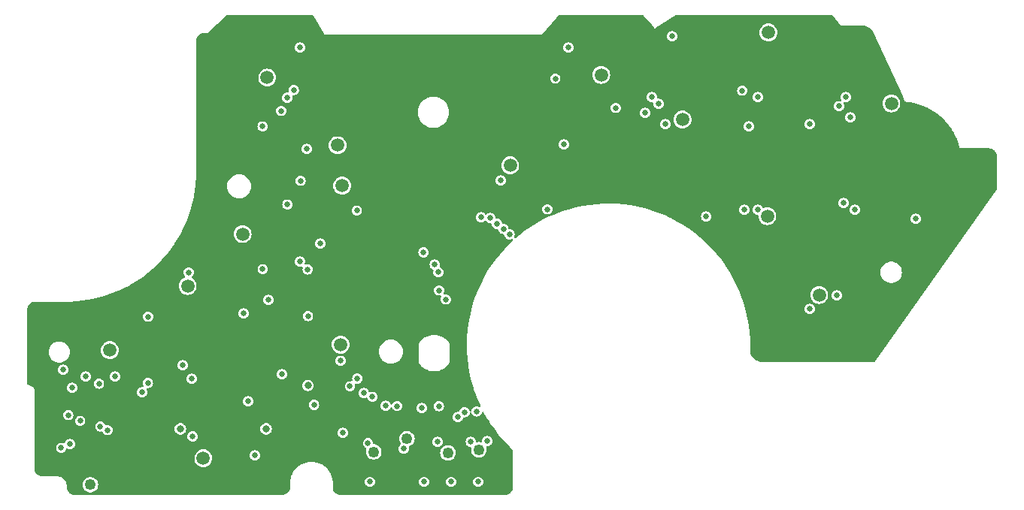
<source format=gbr>
G04 #@! TF.GenerationSoftware,KiCad,Pcbnew,7.0.2*
G04 #@! TF.CreationDate,2023-06-06T21:42:25-07:00*
G04 #@! TF.ProjectId,procon_gcc_button_board,70726f63-6f6e-45f6-9763-635f62757474,rev?*
G04 #@! TF.SameCoordinates,Original*
G04 #@! TF.FileFunction,Copper,L2,Inr*
G04 #@! TF.FilePolarity,Positive*
%FSLAX46Y46*%
G04 Gerber Fmt 4.6, Leading zero omitted, Abs format (unit mm)*
G04 Created by KiCad (PCBNEW 7.0.2) date 2023-06-06 21:42:25*
%MOMM*%
%LPD*%
G01*
G04 APERTURE LIST*
G04 #@! TA.AperFunction,ViaPad*
%ADD10C,0.800000*%
G04 #@! TD*
G04 #@! TA.AperFunction,ViaPad*
%ADD11C,0.650000*%
G04 #@! TD*
G04 #@! TA.AperFunction,ViaPad*
%ADD12C,1.500000*%
G04 #@! TD*
G04 #@! TA.AperFunction,ViaPad*
%ADD13C,1.250000*%
G04 #@! TD*
G04 APERTURE END LIST*
D10*
X126562720Y-138605612D03*
D11*
X99384720Y-162735612D03*
X181334234Y-123893767D03*
X122498720Y-121841612D03*
D10*
X141710917Y-160887606D03*
D11*
X106750720Y-161465612D03*
X118942720Y-153337612D03*
X169418000Y-133731000D03*
D10*
X107258720Y-156385612D03*
X124125528Y-160812249D03*
D11*
X115132720Y-148511612D03*
D10*
X125038720Y-156893612D03*
X185894937Y-135051757D03*
X190125683Y-139881547D03*
X190062720Y-138097612D03*
D11*
X113919000Y-156337000D03*
D10*
X131388720Y-155115612D03*
D11*
X117926720Y-145463612D03*
X130372720Y-133271612D03*
X160090720Y-121841612D03*
D10*
X129356720Y-159687612D03*
X115132720Y-161973612D03*
D11*
X149860000Y-132461000D03*
D10*
X150842087Y-161464691D03*
D11*
X181198902Y-144250066D03*
X147193000Y-142875000D03*
X123514720Y-148511612D03*
X163830000Y-129921000D03*
D10*
X125546720Y-140383612D03*
X143764000Y-153670000D03*
D11*
X193432979Y-134393539D03*
D10*
X122755581Y-138503280D03*
D11*
X138303000Y-134493000D03*
X100946952Y-161373173D03*
X115640720Y-153591612D03*
X121990720Y-156131612D03*
X185236720Y-145717612D03*
X125800720Y-153083612D03*
X125726872Y-123395697D03*
X155693975Y-134493000D03*
X173579679Y-135300648D03*
X163392720Y-123063000D03*
X197174720Y-135557612D03*
X121482720Y-146225612D03*
X185236720Y-124889612D03*
X134239000Y-134620000D03*
X101924720Y-160957612D03*
X114624720Y-152067612D03*
X101162720Y-152575612D03*
X147898720Y-165209612D03*
X101747324Y-157686249D03*
X102178720Y-154607612D03*
X158058720Y-116253612D03*
X157550720Y-127175612D03*
X127832720Y-116253612D03*
D12*
X132070667Y-127270703D03*
D11*
X128594720Y-127683612D03*
X103080657Y-158348830D03*
X144850720Y-165209612D03*
X103702720Y-153337612D03*
D13*
X104227219Y-165552532D03*
D11*
X143009050Y-140716947D03*
D10*
X128727900Y-154353612D03*
D11*
X105199223Y-154153663D03*
X110727900Y-146596924D03*
X115316000Y-141605000D03*
X128736649Y-146524700D03*
D12*
X115189000Y-143129000D03*
D10*
X124022720Y-159253572D03*
D11*
X123638935Y-141228354D03*
X128714653Y-141267635D03*
D10*
X114370720Y-159253572D03*
D11*
X110706298Y-154065640D03*
X105357449Y-158975997D03*
X141802720Y-165209612D03*
X135706720Y-165209612D03*
X106157243Y-159380831D03*
D12*
X186309000Y-144145000D03*
D11*
X188284720Y-144193612D03*
X148228722Y-135386049D03*
X188538720Y-122857612D03*
X130118720Y-138351612D03*
X189046720Y-133779612D03*
X166694720Y-123619612D03*
D13*
X147987385Y-161597812D03*
D11*
X141753211Y-139354258D03*
X144272000Y-144653000D03*
D13*
X136143221Y-161833702D03*
X144500157Y-161945912D03*
D11*
X143425971Y-141587729D03*
X143510000Y-143637000D03*
D13*
X139885396Y-160369374D03*
D11*
X135028817Y-155203798D03*
D12*
X161772602Y-119345941D03*
D11*
X156591000Y-119761000D03*
X148919230Y-160614197D03*
X147736989Y-157287885D03*
D12*
X180594000Y-114554000D03*
D11*
X151434800Y-137312400D03*
X169742720Y-114983612D03*
X135996469Y-155618506D03*
X150438720Y-131239612D03*
D12*
X151511000Y-129540000D03*
D11*
X145612720Y-157909612D03*
D12*
X170924659Y-124371252D03*
D11*
X168980720Y-124889612D03*
X146374376Y-157366877D03*
X150759534Y-136710860D03*
X147074758Y-160698843D03*
X127832720Y-140383612D03*
X129425838Y-156526572D03*
D12*
X121384754Y-137280073D03*
D11*
X143491167Y-156695445D03*
X150030902Y-136134071D03*
X179394720Y-121841612D03*
D12*
X194437000Y-122555000D03*
D11*
X189300720Y-121841612D03*
X168218720Y-122603612D03*
D12*
X116954758Y-162557703D03*
D11*
X143326720Y-160703612D03*
X132658720Y-159687612D03*
D12*
X132416626Y-149752890D03*
D11*
X139515616Y-161471318D03*
X132404720Y-151559612D03*
X127140349Y-121050669D03*
X133468723Y-154436917D03*
X141548720Y-156893612D03*
D12*
X124148000Y-119635612D03*
D11*
X137484720Y-156639612D03*
D12*
X132588000Y-131826000D03*
D11*
X127905066Y-131272542D03*
X134284974Y-153564714D03*
D12*
X180467000Y-135255000D03*
D11*
X149261976Y-135483192D03*
X177634335Y-121110921D03*
X138771393Y-156665823D03*
X179394720Y-134541612D03*
X167456720Y-121841612D03*
X135499804Y-160857483D03*
X110052720Y-155115612D03*
D12*
X106426000Y-150368000D03*
D11*
X122752720Y-162227612D03*
X107004720Y-153337612D03*
X115739662Y-160096670D03*
X124276720Y-144701612D03*
X123629229Y-125152363D03*
X126400528Y-121917191D03*
X126428426Y-133955211D03*
X177870720Y-134541612D03*
X178378720Y-125143612D03*
X189808720Y-124127612D03*
X190316720Y-134541612D03*
G04 #@! TA.AperFunction,Conductor*
G36*
X129286932Y-112616185D02*
G01*
X129326648Y-112657418D01*
X130536808Y-114705380D01*
X130547000Y-114727966D01*
X130547500Y-114728654D01*
X130560454Y-114746484D01*
X130566881Y-114756273D01*
X130571998Y-114764933D01*
X130581240Y-114775093D01*
X130585887Y-114781489D01*
X130595311Y-114788336D01*
X130605995Y-114792963D01*
X130605997Y-114792965D01*
X130613865Y-114793711D01*
X130627316Y-114796500D01*
X130632083Y-114796500D01*
X130637380Y-114796500D01*
X130649094Y-114797054D01*
X130671014Y-114799135D01*
X130671015Y-114799134D01*
X130671854Y-114799214D01*
X130696491Y-114796500D01*
X155040039Y-114796500D01*
X155048820Y-114796810D01*
X155073456Y-114798560D01*
X155077874Y-114795805D01*
X155105159Y-114783098D01*
X155110112Y-114781490D01*
X155124629Y-114761507D01*
X155130024Y-114754609D01*
X156677046Y-112914908D01*
X156907636Y-112640694D01*
X156965849Y-112602053D01*
X157002541Y-112596500D01*
X166442850Y-112596500D01*
X166509889Y-112616185D01*
X166538108Y-112641116D01*
X167435585Y-113718089D01*
X167710995Y-114048581D01*
X167720886Y-114062241D01*
X167730081Y-114076953D01*
X167730082Y-114076953D01*
X167730083Y-114076955D01*
X167741785Y-114081681D01*
X167761399Y-114091715D01*
X167772088Y-114098445D01*
X167772091Y-114098444D01*
X167781238Y-114100758D01*
X167790637Y-114101414D01*
X167790639Y-114101415D01*
X167802884Y-114098360D01*
X167824666Y-114094946D01*
X167837253Y-114094110D01*
X167850580Y-114083003D01*
X167864226Y-114073122D01*
X170196666Y-112615347D01*
X170262386Y-112596500D01*
X187739394Y-112596500D01*
X187806433Y-112616185D01*
X187836616Y-112643533D01*
X188716326Y-113754746D01*
X188719422Y-113758827D01*
X188735887Y-113781489D01*
X188735888Y-113781490D01*
X188737630Y-113782056D01*
X188767991Y-113796743D01*
X188769507Y-113797751D01*
X188769525Y-113797763D01*
X188796662Y-113796640D01*
X188797509Y-113796606D01*
X188802631Y-113796500D01*
X191155671Y-113796500D01*
X191178171Y-113796500D01*
X191187027Y-113796817D01*
X191373144Y-113810143D01*
X191390665Y-113812665D01*
X191568657Y-113851431D01*
X191585648Y-113856426D01*
X191756297Y-113920157D01*
X191772393Y-113927517D01*
X191932228Y-114014914D01*
X191947112Y-114024494D01*
X191997703Y-114062425D01*
X192092850Y-114133763D01*
X192106226Y-114145373D01*
X192234917Y-114274299D01*
X192246501Y-114287694D01*
X192332732Y-114403145D01*
X192355498Y-114433626D01*
X192365057Y-114448538D01*
X192454223Y-114612320D01*
X192458173Y-114620236D01*
X192463658Y-114632288D01*
X195709570Y-121764958D01*
X195939041Y-122269205D01*
X195940645Y-122274303D01*
X195951414Y-122296924D01*
X195956876Y-122308396D01*
X195963119Y-122322114D01*
X195963120Y-122322115D01*
X195967706Y-122332191D01*
X195968833Y-122333514D01*
X195969968Y-122334295D01*
X195991122Y-122352707D01*
X195995915Y-122357943D01*
X195995916Y-122357943D01*
X195998053Y-122359154D01*
X196004261Y-122360880D01*
X196013196Y-122364051D01*
X196013198Y-122364052D01*
X196026382Y-122365099D01*
X196041343Y-122367211D01*
X196059906Y-122370999D01*
X196061778Y-122371381D01*
X196084938Y-122371417D01*
X196135077Y-122377260D01*
X196534169Y-122423772D01*
X196543149Y-122425154D01*
X197027252Y-122518029D01*
X197036098Y-122520065D01*
X197512077Y-122648252D01*
X197520752Y-122650934D01*
X197986024Y-122813735D01*
X197994493Y-122817053D01*
X198374770Y-122982386D01*
X198446521Y-123013581D01*
X198454741Y-123017520D01*
X198891109Y-123246721D01*
X198899017Y-123251253D01*
X199317371Y-123511889D01*
X199324926Y-123516990D01*
X199720941Y-123806148D01*
X199723000Y-123807651D01*
X199730159Y-123813293D01*
X200105805Y-124132409D01*
X200112530Y-124138561D01*
X200463734Y-124484422D01*
X200469988Y-124491052D01*
X200794818Y-124861754D01*
X200800570Y-124868826D01*
X201097304Y-125262405D01*
X201102519Y-125269879D01*
X201117967Y-125293848D01*
X201369537Y-125684187D01*
X201374190Y-125692025D01*
X201610053Y-126124832D01*
X201614117Y-126132990D01*
X201817550Y-126581949D01*
X201821004Y-126590384D01*
X201990904Y-127053063D01*
X201993728Y-127061722D01*
X202109234Y-127465843D01*
X202122726Y-127513046D01*
X202127500Y-127547123D01*
X202127500Y-127548654D01*
X202128262Y-127550999D01*
X202130007Y-127553747D01*
X202136862Y-127566192D01*
X202136863Y-127566193D01*
X202136864Y-127566195D01*
X202144857Y-127574517D01*
X202155739Y-127587522D01*
X202165889Y-127601491D01*
X202168514Y-127603399D01*
X202174170Y-127605037D01*
X202174171Y-127605038D01*
X202196609Y-127611537D01*
X202200390Y-127612700D01*
X202222729Y-127619960D01*
X202225899Y-127620023D01*
X202225902Y-127620024D01*
X202225904Y-127620023D01*
X202226183Y-127620029D01*
X202255257Y-127616500D01*
X205401071Y-127616500D01*
X205421907Y-127616500D01*
X205434061Y-127617097D01*
X205591335Y-127632587D01*
X205615163Y-127637326D01*
X205760544Y-127681427D01*
X205782989Y-127690724D01*
X205916967Y-127762337D01*
X205937174Y-127775839D01*
X206007858Y-127833848D01*
X206054601Y-127872208D01*
X206071791Y-127889398D01*
X206168159Y-128006824D01*
X206181663Y-128027034D01*
X206224199Y-128106613D01*
X206253272Y-128161003D01*
X206262575Y-128183462D01*
X206306671Y-128328830D01*
X206311413Y-128352671D01*
X206326902Y-128509938D01*
X206327499Y-128522092D01*
X206327499Y-132174746D01*
X206307814Y-132241785D01*
X206304803Y-132246255D01*
X192612978Y-151643009D01*
X192558236Y-151686426D01*
X192511674Y-151695500D01*
X179959501Y-151695500D01*
X179959493Y-151695499D01*
X179945059Y-151695499D01*
X179923001Y-151695499D01*
X179913275Y-151695117D01*
X179851227Y-151690235D01*
X179708922Y-151679038D01*
X179689704Y-151675994D01*
X179495146Y-151629288D01*
X179476640Y-151623276D01*
X179291772Y-151546705D01*
X179274435Y-151537871D01*
X179103835Y-151433331D01*
X179088093Y-151421894D01*
X178935936Y-151291943D01*
X178922176Y-151278184D01*
X178914656Y-151269379D01*
X178792226Y-151126035D01*
X178780791Y-151110296D01*
X178726391Y-151021526D01*
X178676239Y-150939687D01*
X178667406Y-150922350D01*
X178590835Y-150737494D01*
X178584822Y-150718989D01*
X178538109Y-150524422D01*
X178535066Y-150505206D01*
X178524267Y-150368000D01*
X178519161Y-150303125D01*
X178518840Y-150289587D01*
X178530572Y-149911377D01*
X178516871Y-149135651D01*
X178465477Y-148361508D01*
X178376511Y-147590779D01*
X178250185Y-146825286D01*
X178086797Y-146066838D01*
X177993591Y-145717611D01*
X184656253Y-145717611D01*
X184676032Y-145867847D01*
X184715866Y-145964013D01*
X184734022Y-146007845D01*
X184826269Y-146128063D01*
X184946487Y-146220310D01*
X185086484Y-146278299D01*
X185236720Y-146298078D01*
X185386956Y-146278299D01*
X185526953Y-146220310D01*
X185647171Y-146128063D01*
X185739418Y-146007845D01*
X185797407Y-145867848D01*
X185817186Y-145717612D01*
X185810249Y-145664924D01*
X185797407Y-145567376D01*
X185754364Y-145463462D01*
X185739418Y-145427379D01*
X185647171Y-145307161D01*
X185526953Y-145214914D01*
X185501353Y-145204310D01*
X185386955Y-145156924D01*
X185236720Y-145137145D01*
X185086484Y-145156924D01*
X184946488Y-145214913D01*
X184826269Y-145307161D01*
X184734021Y-145427380D01*
X184676032Y-145567376D01*
X184656253Y-145717611D01*
X177993591Y-145717611D01*
X177886733Y-145317230D01*
X177650465Y-144578233D01*
X177488347Y-144144999D01*
X185303659Y-144144999D01*
X185322976Y-144341133D01*
X185380185Y-144529726D01*
X185405360Y-144576825D01*
X185473090Y-144703538D01*
X185598117Y-144855883D01*
X185750462Y-144980910D01*
X185924273Y-145073814D01*
X186112868Y-145131024D01*
X186309000Y-145150341D01*
X186505132Y-145131024D01*
X186693727Y-145073814D01*
X186867538Y-144980910D01*
X187019883Y-144855883D01*
X187144910Y-144703538D01*
X187237814Y-144529727D01*
X187295024Y-144341132D01*
X187309553Y-144193611D01*
X187704253Y-144193611D01*
X187724032Y-144343847D01*
X187782021Y-144483843D01*
X187782022Y-144483845D01*
X187874269Y-144604063D01*
X187994487Y-144696310D01*
X188134483Y-144754299D01*
X188134484Y-144754299D01*
X188284719Y-144774078D01*
X188284719Y-144774077D01*
X188284720Y-144774078D01*
X188434956Y-144754299D01*
X188574953Y-144696310D01*
X188695171Y-144604063D01*
X188787418Y-144483845D01*
X188845407Y-144343848D01*
X188865186Y-144193612D01*
X188858249Y-144140924D01*
X188845407Y-144043376D01*
X188806259Y-143948866D01*
X188787418Y-143903379D01*
X188695171Y-143783161D01*
X188574953Y-143690914D01*
X188566798Y-143687536D01*
X188434955Y-143632924D01*
X188284719Y-143613145D01*
X188134484Y-143632924D01*
X187994488Y-143690913D01*
X187874269Y-143783161D01*
X187782021Y-143903380D01*
X187724032Y-144043376D01*
X187704253Y-144193611D01*
X187309553Y-144193611D01*
X187314341Y-144145000D01*
X187295024Y-143948868D01*
X187237814Y-143760273D01*
X187144910Y-143586462D01*
X187019883Y-143434117D01*
X186867538Y-143309090D01*
X186756493Y-143249735D01*
X186693726Y-143216185D01*
X186505133Y-143158976D01*
X186309000Y-143139659D01*
X186112866Y-143158976D01*
X185924273Y-143216185D01*
X185750463Y-143309089D01*
X185598117Y-143434117D01*
X185473089Y-143586463D01*
X185380185Y-143760273D01*
X185322976Y-143948866D01*
X185303659Y-144144999D01*
X177488347Y-144144999D01*
X177378554Y-143851595D01*
X177071641Y-143139035D01*
X176730453Y-142442236D01*
X176355796Y-141762846D01*
X176252905Y-141596000D01*
X193222357Y-141596000D01*
X193242885Y-141817537D01*
X193303769Y-142031526D01*
X193402941Y-142230688D01*
X193537019Y-142408237D01*
X193701437Y-142558124D01*
X193890595Y-142675245D01*
X193890597Y-142675245D01*
X193890599Y-142675247D01*
X194098060Y-142755618D01*
X194316757Y-142796500D01*
X194316759Y-142796500D01*
X194539241Y-142796500D01*
X194539243Y-142796500D01*
X194757940Y-142755618D01*
X194965401Y-142675247D01*
X195154562Y-142558124D01*
X195318981Y-142408236D01*
X195453058Y-142230689D01*
X195552229Y-142031528D01*
X195556804Y-142015451D01*
X195595922Y-141877962D01*
X195613115Y-141817536D01*
X195633643Y-141596000D01*
X195613115Y-141374464D01*
X195586523Y-141281004D01*
X195552230Y-141160473D01*
X195453058Y-140961311D01*
X195318980Y-140783762D01*
X195154562Y-140633875D01*
X194965404Y-140516754D01*
X194904174Y-140493033D01*
X194757940Y-140436382D01*
X194539243Y-140395500D01*
X194316757Y-140395500D01*
X194098060Y-140436382D01*
X193890595Y-140516754D01*
X193701437Y-140633875D01*
X193537019Y-140783762D01*
X193402941Y-140961311D01*
X193303769Y-141160473D01*
X193242885Y-141374462D01*
X193222357Y-141596000D01*
X176252905Y-141596000D01*
X175948556Y-141102472D01*
X175509696Y-140462675D01*
X175137677Y-139973161D01*
X175041172Y-139846177D01*
X175041168Y-139846172D01*
X175040253Y-139844968D01*
X175039284Y-139843814D01*
X175039272Y-139843799D01*
X174542310Y-139251969D01*
X174542300Y-139251958D01*
X174541338Y-139250812D01*
X174014130Y-138681611D01*
X174013078Y-138680581D01*
X174013060Y-138680562D01*
X173460956Y-138139770D01*
X173459875Y-138138711D01*
X173372832Y-138061380D01*
X173208720Y-137915578D01*
X173208617Y-137915413D01*
X173150476Y-137863741D01*
X172876064Y-137619862D01*
X172697389Y-137476206D01*
X172264472Y-137128138D01*
X172264464Y-137128131D01*
X172263295Y-137127192D01*
X171626999Y-136665307D01*
X171466734Y-136560624D01*
X170969994Y-136236160D01*
X170969979Y-136236151D01*
X170968721Y-136235329D01*
X170290060Y-135838303D01*
X169592664Y-135475192D01*
X169302620Y-135341905D01*
X169212841Y-135300648D01*
X172999212Y-135300648D01*
X173018991Y-135450883D01*
X173063200Y-135557611D01*
X173076981Y-135590881D01*
X173169228Y-135711099D01*
X173289446Y-135803346D01*
X173415385Y-135855512D01*
X173429443Y-135861335D01*
X173579678Y-135881114D01*
X173579678Y-135881113D01*
X173579679Y-135881114D01*
X173729915Y-135861335D01*
X173869912Y-135803346D01*
X173990130Y-135711099D01*
X174082377Y-135590881D01*
X174140366Y-135450884D01*
X174160145Y-135300648D01*
X174140366Y-135150412D01*
X174082377Y-135010415D01*
X173990130Y-134890197D01*
X173869912Y-134797950D01*
X173869910Y-134797949D01*
X173729914Y-134739960D01*
X173579678Y-134720181D01*
X173429443Y-134739960D01*
X173289447Y-134797949D01*
X173169228Y-134890197D01*
X173076980Y-135010416D01*
X173018991Y-135150412D01*
X172999212Y-135300648D01*
X169212841Y-135300648D01*
X168879620Y-135147519D01*
X168879615Y-135147516D01*
X168878227Y-135146879D01*
X168148484Y-134854160D01*
X168147074Y-134853673D01*
X168147051Y-134853665D01*
X167406642Y-134598242D01*
X167406615Y-134598233D01*
X167405205Y-134597747D01*
X167403786Y-134597334D01*
X167403753Y-134597324D01*
X167212106Y-134541611D01*
X177290253Y-134541611D01*
X177310032Y-134691847D01*
X177368021Y-134831843D01*
X177368022Y-134831845D01*
X177460269Y-134952063D01*
X177580487Y-135044310D01*
X177720484Y-135102299D01*
X177870720Y-135122078D01*
X178020956Y-135102299D01*
X178160953Y-135044310D01*
X178281171Y-134952063D01*
X178373418Y-134831845D01*
X178431407Y-134691848D01*
X178451186Y-134541612D01*
X178814253Y-134541612D01*
X178834032Y-134691847D01*
X178892021Y-134831843D01*
X178892022Y-134831845D01*
X178984269Y-134952063D01*
X179104487Y-135044310D01*
X179244484Y-135102299D01*
X179354745Y-135116815D01*
X179418642Y-135145081D01*
X179457113Y-135203406D01*
X179461963Y-135251903D01*
X179461658Y-135254995D01*
X179480976Y-135451133D01*
X179538185Y-135639726D01*
X179576335Y-135711099D01*
X179631090Y-135813538D01*
X179756117Y-135965883D01*
X179908462Y-136090910D01*
X180082273Y-136183814D01*
X180270868Y-136241024D01*
X180467000Y-136260341D01*
X180663132Y-136241024D01*
X180851727Y-136183814D01*
X181025538Y-136090910D01*
X181177883Y-135965883D01*
X181302910Y-135813538D01*
X181395814Y-135639727D01*
X181420723Y-135557612D01*
X196594253Y-135557612D01*
X196614032Y-135707847D01*
X196672021Y-135847843D01*
X196672022Y-135847845D01*
X196764269Y-135968063D01*
X196884487Y-136060310D01*
X197024484Y-136118299D01*
X197174720Y-136138078D01*
X197324956Y-136118299D01*
X197464953Y-136060310D01*
X197585171Y-135968063D01*
X197677418Y-135847845D01*
X197735407Y-135707848D01*
X197755186Y-135557612D01*
X197754658Y-135553605D01*
X197735407Y-135407376D01*
X197696291Y-135312942D01*
X197677418Y-135267379D01*
X197585171Y-135147161D01*
X197464953Y-135054914D01*
X197431174Y-135040922D01*
X197324955Y-134996924D01*
X197174720Y-134977145D01*
X197024484Y-134996924D01*
X196884488Y-135054913D01*
X196764269Y-135147161D01*
X196672021Y-135267380D01*
X196614032Y-135407376D01*
X196594253Y-135557612D01*
X181420723Y-135557612D01*
X181453024Y-135451132D01*
X181472341Y-135255000D01*
X181453024Y-135058868D01*
X181395814Y-134870273D01*
X181302910Y-134696462D01*
X181177883Y-134544117D01*
X181174829Y-134541611D01*
X189736253Y-134541611D01*
X189756032Y-134691847D01*
X189814021Y-134831843D01*
X189814022Y-134831845D01*
X189906269Y-134952063D01*
X190026487Y-135044310D01*
X190100502Y-135074968D01*
X190166484Y-135102299D01*
X190316719Y-135122078D01*
X190316719Y-135122077D01*
X190316720Y-135122078D01*
X190466956Y-135102299D01*
X190606953Y-135044310D01*
X190727171Y-134952063D01*
X190819418Y-134831845D01*
X190877407Y-134691848D01*
X190897186Y-134541612D01*
X190890133Y-134488043D01*
X190877407Y-134391376D01*
X190851888Y-134329768D01*
X190819418Y-134251379D01*
X190727171Y-134131161D01*
X190606953Y-134038914D01*
X190606951Y-134038913D01*
X190466955Y-133980924D01*
X190316720Y-133961145D01*
X190166484Y-133980924D01*
X190026488Y-134038913D01*
X189906269Y-134131161D01*
X189814021Y-134251380D01*
X189756032Y-134391376D01*
X189736253Y-134541611D01*
X181174829Y-134541611D01*
X181025538Y-134419090D01*
X180949946Y-134378685D01*
X180851726Y-134326185D01*
X180663133Y-134268976D01*
X180549171Y-134257752D01*
X180467000Y-134249659D01*
X180466999Y-134249659D01*
X180270866Y-134268976D01*
X180082274Y-134326185D01*
X180079439Y-134327700D01*
X180076951Y-134329030D01*
X180008550Y-134343271D01*
X179943306Y-134318270D01*
X179903940Y-134267124D01*
X179897418Y-134251380D01*
X179897418Y-134251379D01*
X179805171Y-134131161D01*
X179684953Y-134038914D01*
X179684951Y-134038913D01*
X179544955Y-133980924D01*
X179394719Y-133961145D01*
X179244484Y-133980924D01*
X179104488Y-134038913D01*
X178984269Y-134131161D01*
X178892021Y-134251380D01*
X178834032Y-134391376D01*
X178814253Y-134541612D01*
X178451186Y-134541612D01*
X178431407Y-134391376D01*
X178373418Y-134251379D01*
X178281171Y-134131161D01*
X178160953Y-134038914D01*
X178160951Y-134038913D01*
X178020955Y-133980924D01*
X177870719Y-133961145D01*
X177720484Y-133980924D01*
X177580488Y-134038913D01*
X177460269Y-134131161D01*
X177368021Y-134251380D01*
X177310032Y-134391376D01*
X177290253Y-134541611D01*
X167212106Y-134541611D01*
X166651658Y-134378685D01*
X166651641Y-134378680D01*
X166650198Y-134378261D01*
X166648722Y-134377909D01*
X166648704Y-134377905D01*
X165886776Y-134196589D01*
X165886750Y-134196583D01*
X165885294Y-134196237D01*
X165883808Y-134195960D01*
X165883799Y-134195958D01*
X165113845Y-134052393D01*
X165113829Y-134052390D01*
X165112352Y-134052115D01*
X165110851Y-134051911D01*
X164334778Y-133946454D01*
X164334747Y-133946450D01*
X164333249Y-133946247D01*
X164331714Y-133946115D01*
X164331705Y-133946114D01*
X163551415Y-133879021D01*
X163551401Y-133879020D01*
X163549876Y-133878889D01*
X163548340Y-133878832D01*
X163548325Y-133878832D01*
X162765668Y-133850260D01*
X162765630Y-133850259D01*
X162764136Y-133850205D01*
X162762633Y-133850224D01*
X162762614Y-133850224D01*
X161979464Y-133860244D01*
X161979445Y-133860244D01*
X161977937Y-133860264D01*
X161976412Y-133860358D01*
X161976406Y-133860359D01*
X161194701Y-133908947D01*
X161194662Y-133908950D01*
X161193188Y-133909042D01*
X161191691Y-133909209D01*
X161191684Y-133909210D01*
X160413335Y-133996247D01*
X160413303Y-133996251D01*
X160411795Y-133996420D01*
X160410287Y-133996664D01*
X160410253Y-133996669D01*
X159637166Y-134121942D01*
X159637159Y-134121943D01*
X159635655Y-134122187D01*
X159634209Y-134122494D01*
X159634172Y-134122502D01*
X158884145Y-134282310D01*
X158866653Y-134286037D01*
X158865189Y-134286425D01*
X158865148Y-134286435D01*
X158108164Y-134487172D01*
X158108149Y-134487176D01*
X158106657Y-134487572D01*
X158105210Y-134488032D01*
X158105176Y-134488043D01*
X157358979Y-134725834D01*
X157358960Y-134725840D01*
X157357512Y-134726302D01*
X157356086Y-134726834D01*
X157356069Y-134726841D01*
X156622458Y-135001117D01*
X156622419Y-135001132D01*
X156621038Y-135001649D01*
X156619692Y-135002229D01*
X156619648Y-135002247D01*
X155900416Y-135312340D01*
X155900382Y-135312355D01*
X155899022Y-135312942D01*
X155897690Y-135313595D01*
X155897655Y-135313612D01*
X155194602Y-135658747D01*
X155194567Y-135658764D01*
X155193219Y-135659427D01*
X155191891Y-135660161D01*
X155191878Y-135660169D01*
X154506677Y-136039521D01*
X154506666Y-136039527D01*
X154505341Y-136040261D01*
X154504045Y-136041064D01*
X154504032Y-136041072D01*
X153838350Y-136453721D01*
X153838322Y-136453739D01*
X153837061Y-136454521D01*
X153835848Y-136455357D01*
X153835821Y-136455376D01*
X153191247Y-136900338D01*
X153191234Y-136900347D01*
X153189999Y-136901200D01*
X153188783Y-136902130D01*
X153188779Y-136902134D01*
X152566962Y-137378268D01*
X152566940Y-137378285D01*
X152565729Y-137379213D01*
X152564570Y-137380194D01*
X152564551Y-137380210D01*
X152131109Y-137747348D01*
X152067231Y-137775657D01*
X151998189Y-137764938D01*
X151945902Y-137718593D01*
X151926972Y-137651336D01*
X151936403Y-137605276D01*
X151989866Y-137476206D01*
X151995487Y-137462636D01*
X152015266Y-137312400D01*
X151995487Y-137162164D01*
X151937498Y-137022167D01*
X151845251Y-136901949D01*
X151725033Y-136809702D01*
X151725031Y-136809701D01*
X151585035Y-136751712D01*
X151435485Y-136732024D01*
X151371588Y-136703757D01*
X151333117Y-136645433D01*
X151328732Y-136625277D01*
X151320221Y-136560624D01*
X151262232Y-136420627D01*
X151169985Y-136300409D01*
X151049767Y-136208162D01*
X151049765Y-136208161D01*
X150909769Y-136150172D01*
X150759532Y-136130393D01*
X150736354Y-136133445D01*
X150667319Y-136122679D01*
X150615064Y-136076298D01*
X150597231Y-136026691D01*
X150596604Y-136021930D01*
X150591589Y-135983835D01*
X150533600Y-135843838D01*
X150441353Y-135723620D01*
X150321135Y-135631373D01*
X150321133Y-135631372D01*
X150181137Y-135573383D01*
X150030900Y-135553604D01*
X149977702Y-135560608D01*
X149908667Y-135549842D01*
X149856412Y-135503462D01*
X149838579Y-135453856D01*
X149822663Y-135332956D01*
X149764674Y-135192959D01*
X149672427Y-135072741D01*
X149552209Y-134980494D01*
X149552207Y-134980493D01*
X149412211Y-134922504D01*
X149261976Y-134902725D01*
X149111740Y-134922504D01*
X148971742Y-134980494D01*
X148863160Y-135063812D01*
X148797991Y-135089006D01*
X148729546Y-135074968D01*
X148689298Y-135040922D01*
X148639174Y-134975599D01*
X148639173Y-134975598D01*
X148518955Y-134883351D01*
X148518953Y-134883350D01*
X148378957Y-134825361D01*
X148228721Y-134805582D01*
X148078486Y-134825361D01*
X147938490Y-134883350D01*
X147818271Y-134975598D01*
X147726023Y-135095817D01*
X147668034Y-135235813D01*
X147648255Y-135386049D01*
X147668034Y-135536284D01*
X147719042Y-135659427D01*
X147726024Y-135676282D01*
X147818271Y-135796500D01*
X147938489Y-135888747D01*
X148078486Y-135946736D01*
X148228721Y-135966515D01*
X148228721Y-135966514D01*
X148228722Y-135966515D01*
X148378958Y-135946736D01*
X148518955Y-135888747D01*
X148627537Y-135805428D01*
X148692705Y-135780234D01*
X148761150Y-135794272D01*
X148801399Y-135828318D01*
X148824440Y-135858346D01*
X148851525Y-135893643D01*
X148971743Y-135985890D01*
X149058751Y-136021930D01*
X149111740Y-136043879D01*
X149261975Y-136063658D01*
X149261975Y-136063657D01*
X149261976Y-136063658D01*
X149315174Y-136056654D01*
X149384208Y-136067419D01*
X149436464Y-136113799D01*
X149454298Y-136163407D01*
X149470215Y-136284307D01*
X149528204Y-136424304D01*
X149620451Y-136544522D01*
X149740669Y-136636769D01*
X149880666Y-136694758D01*
X150030902Y-136714537D01*
X150054080Y-136711485D01*
X150123113Y-136722250D01*
X150175370Y-136768629D01*
X150193204Y-136818237D01*
X150198847Y-136861096D01*
X150256836Y-137001093D01*
X150349083Y-137121311D01*
X150469301Y-137213558D01*
X150609298Y-137271547D01*
X150758850Y-137291235D01*
X150822745Y-137319501D01*
X150861216Y-137377825D01*
X150865602Y-137397989D01*
X150874112Y-137462635D01*
X150932101Y-137602631D01*
X150932102Y-137602633D01*
X151024349Y-137722851D01*
X151144567Y-137815098D01*
X151226206Y-137848914D01*
X151284564Y-137873087D01*
X151434799Y-137892866D01*
X151434799Y-137892865D01*
X151434800Y-137892866D01*
X151585036Y-137873087D01*
X151665070Y-137839935D01*
X151734536Y-137832467D01*
X151797015Y-137863741D01*
X151832668Y-137923830D01*
X151830175Y-137993655D01*
X151797229Y-138045053D01*
X151392684Y-138423479D01*
X151391565Y-138424526D01*
X151390508Y-138425616D01*
X151390496Y-138425629D01*
X150845596Y-138988178D01*
X150845572Y-138988203D01*
X150844523Y-138989287D01*
X150843516Y-138990434D01*
X150843501Y-138990451D01*
X150326985Y-139579150D01*
X150326955Y-139579185D01*
X150325967Y-139580312D01*
X150325018Y-139581506D01*
X150325011Y-139581516D01*
X149838104Y-140194972D01*
X149838086Y-140194994D01*
X149837158Y-140196165D01*
X149836298Y-140197365D01*
X149836275Y-140197396D01*
X149380167Y-140834113D01*
X149380151Y-140834135D01*
X149379281Y-140835351D01*
X149378474Y-140836603D01*
X149378454Y-140836633D01*
X148954284Y-141495021D01*
X148954273Y-141495038D01*
X148953449Y-141496318D01*
X148952700Y-141497616D01*
X148952678Y-141497653D01*
X148561455Y-142176142D01*
X148561445Y-142176159D01*
X148560695Y-142177461D01*
X148560015Y-142178786D01*
X148560001Y-142178813D01*
X148202661Y-142875784D01*
X148202652Y-142875801D01*
X148201974Y-142877125D01*
X148201366Y-142878468D01*
X148201355Y-142878493D01*
X147879182Y-143591343D01*
X147878157Y-143593611D01*
X147877612Y-143594993D01*
X147877603Y-143595016D01*
X147590586Y-144323766D01*
X147590574Y-144323798D01*
X147590030Y-144325180D01*
X147589559Y-144326571D01*
X147589546Y-144326609D01*
X147345715Y-145048093D01*
X147338293Y-145070055D01*
X147337879Y-145071511D01*
X147337875Y-145071526D01*
X147136713Y-145780083D01*
X147123556Y-145826427D01*
X147123218Y-145827885D01*
X147123211Y-145827915D01*
X146946692Y-146590948D01*
X146946687Y-146590969D01*
X146946343Y-146592459D01*
X146946078Y-146593927D01*
X146946071Y-146593965D01*
X146807349Y-147364803D01*
X146807344Y-147364833D01*
X146807082Y-147366291D01*
X146806890Y-147367767D01*
X146806885Y-147367805D01*
X146706311Y-148144505D01*
X146706112Y-148146045D01*
X146705989Y-148147577D01*
X146705988Y-148147596D01*
X146652599Y-148817831D01*
X146643678Y-148929826D01*
X146643633Y-148931311D01*
X146643631Y-148931350D01*
X146619978Y-149714188D01*
X146619977Y-149714211D01*
X146619932Y-149715730D01*
X146619961Y-149717254D01*
X146619961Y-149717272D01*
X146632378Y-150368000D01*
X146634932Y-150501851D01*
X146635036Y-150503381D01*
X146635038Y-150503409D01*
X146688535Y-151284752D01*
X146688536Y-151284772D01*
X146688640Y-151286278D01*
X146688817Y-151287780D01*
X146688818Y-151287785D01*
X146780749Y-152065598D01*
X146780753Y-152065628D01*
X146780928Y-152067106D01*
X146781181Y-152068610D01*
X146781182Y-152068614D01*
X146910301Y-152834914D01*
X146911570Y-152842440D01*
X146911887Y-152843884D01*
X146911893Y-152843914D01*
X147069825Y-153562941D01*
X147080249Y-153610397D01*
X147080643Y-153611848D01*
X147080647Y-153611862D01*
X147282956Y-154355873D01*
X147286556Y-154369112D01*
X147287031Y-154370573D01*
X147287035Y-154370584D01*
X147516952Y-155076704D01*
X147529989Y-155116741D01*
X147530538Y-155118181D01*
X147806112Y-155841380D01*
X147809958Y-155851471D01*
X147810560Y-155852845D01*
X147810566Y-155852858D01*
X147959648Y-156192747D01*
X148125783Y-156571516D01*
X148126450Y-156572855D01*
X148126470Y-156572896D01*
X148137710Y-156595433D01*
X148150014Y-156664211D01*
X148123180Y-156728722D01*
X148065728Y-156768485D01*
X147995899Y-156770874D01*
X147979291Y-156765333D01*
X147887224Y-156727197D01*
X147736989Y-156707418D01*
X147586753Y-156727197D01*
X147446757Y-156785186D01*
X147326538Y-156877434D01*
X147234290Y-156997653D01*
X147176302Y-157137649D01*
X147170632Y-157180714D01*
X147142365Y-157244610D01*
X147084040Y-157283080D01*
X147014175Y-157283911D01*
X146954952Y-157246838D01*
X146933132Y-157211980D01*
X146928294Y-157200299D01*
X146877074Y-157076644D01*
X146784827Y-156956426D01*
X146664609Y-156864179D01*
X146664607Y-156864178D01*
X146524611Y-156806189D01*
X146374376Y-156786410D01*
X146224140Y-156806189D01*
X146084144Y-156864178D01*
X145963925Y-156956426D01*
X145871677Y-157076645D01*
X145821351Y-157198143D01*
X145813689Y-157216641D01*
X145813237Y-157220078D01*
X145811891Y-157230298D01*
X145783624Y-157294195D01*
X145725299Y-157332665D01*
X145672767Y-157337051D01*
X145612720Y-157329145D01*
X145462484Y-157348924D01*
X145322488Y-157406913D01*
X145202269Y-157499161D01*
X145110021Y-157619380D01*
X145052032Y-157759376D01*
X145032253Y-157909611D01*
X145052032Y-158059847D01*
X145105508Y-158188947D01*
X145110022Y-158199845D01*
X145202269Y-158320063D01*
X145322487Y-158412310D01*
X145462484Y-158470299D01*
X145612720Y-158490078D01*
X145762956Y-158470299D01*
X145902953Y-158412310D01*
X146023171Y-158320063D01*
X146115418Y-158199845D01*
X146173407Y-158059848D01*
X146175205Y-158046189D01*
X146203468Y-157982297D01*
X146261792Y-157943824D01*
X146314326Y-157939437D01*
X146374376Y-157947343D01*
X146524612Y-157927564D01*
X146664609Y-157869575D01*
X146784827Y-157777328D01*
X146877074Y-157657110D01*
X146935063Y-157517113D01*
X146940732Y-157474048D01*
X146968998Y-157410153D01*
X147027322Y-157371681D01*
X147097187Y-157370849D01*
X147156410Y-157407921D01*
X147178232Y-157442781D01*
X147234291Y-157578118D01*
X147326538Y-157698336D01*
X147446756Y-157790583D01*
X147586753Y-157848572D01*
X147736989Y-157868351D01*
X147887225Y-157848572D01*
X148027222Y-157790583D01*
X148147440Y-157698336D01*
X148239687Y-157578118D01*
X148297676Y-157438121D01*
X148300433Y-157417177D01*
X148328699Y-157353281D01*
X148387023Y-157314809D01*
X148456888Y-157313977D01*
X148516111Y-157351049D01*
X148531476Y-157372621D01*
X148861094Y-157959260D01*
X148861105Y-157959279D01*
X148861847Y-157960599D01*
X148862640Y-157961861D01*
X148862657Y-157961889D01*
X149135254Y-158395530D01*
X149280298Y-158626263D01*
X149281169Y-158627508D01*
X149281179Y-158627523D01*
X149730168Y-159269267D01*
X149730178Y-159269281D01*
X149731034Y-159270504D01*
X149731949Y-159271684D01*
X149731956Y-159271693D01*
X150206576Y-159883529D01*
X150212961Y-159891759D01*
X150724908Y-160488517D01*
X150725961Y-160489629D01*
X150725965Y-160489633D01*
X150785426Y-160552403D01*
X151265632Y-161059330D01*
X151266731Y-161060381D01*
X151266737Y-161060387D01*
X151462755Y-161247845D01*
X151539045Y-161320804D01*
X151546131Y-161327583D01*
X151553075Y-161334783D01*
X151639531Y-161431999D01*
X151651577Y-161447972D01*
X151718577Y-161553575D01*
X151727897Y-161571278D01*
X151777041Y-161686279D01*
X151783393Y-161705251D01*
X151813403Y-161826661D01*
X151816621Y-161846408D01*
X151827095Y-161975752D01*
X151827500Y-161985760D01*
X151827500Y-165789907D01*
X151826903Y-165802062D01*
X151811413Y-165959329D01*
X151806671Y-165983169D01*
X151762575Y-166128537D01*
X151753272Y-166150996D01*
X151681663Y-166284965D01*
X151668159Y-166305175D01*
X151571791Y-166422601D01*
X151554601Y-166439791D01*
X151437175Y-166536159D01*
X151416965Y-166549663D01*
X151282996Y-166621272D01*
X151260537Y-166630575D01*
X151115169Y-166674671D01*
X151091329Y-166679413D01*
X150975425Y-166690828D01*
X150934060Y-166694903D01*
X150921907Y-166695500D01*
X132434093Y-166695500D01*
X132421939Y-166694903D01*
X132264671Y-166679413D01*
X132240830Y-166674671D01*
X132095462Y-166630575D01*
X132073005Y-166621273D01*
X131939035Y-166549663D01*
X131918824Y-166536159D01*
X131801398Y-166439791D01*
X131784208Y-166422601D01*
X131687840Y-166305175D01*
X131674336Y-166284965D01*
X131662525Y-166262868D01*
X131602724Y-166150989D01*
X131593427Y-166128544D01*
X131549326Y-165983163D01*
X131544587Y-165959335D01*
X131529097Y-165802061D01*
X131528500Y-165789907D01*
X131528500Y-165209611D01*
X135126253Y-165209611D01*
X135146032Y-165359847D01*
X135204021Y-165499843D01*
X135204022Y-165499845D01*
X135296269Y-165620063D01*
X135416487Y-165712310D01*
X135553517Y-165769070D01*
X135556484Y-165770299D01*
X135706719Y-165790078D01*
X135706719Y-165790077D01*
X135706720Y-165790078D01*
X135856956Y-165770299D01*
X135996953Y-165712310D01*
X136117171Y-165620063D01*
X136209418Y-165499845D01*
X136267407Y-165359848D01*
X136287186Y-165209612D01*
X136287186Y-165209611D01*
X141222253Y-165209611D01*
X141242032Y-165359847D01*
X141300021Y-165499843D01*
X141300022Y-165499845D01*
X141392269Y-165620063D01*
X141512487Y-165712310D01*
X141652484Y-165770299D01*
X141802720Y-165790078D01*
X141952956Y-165770299D01*
X142092953Y-165712310D01*
X142213171Y-165620063D01*
X142305418Y-165499845D01*
X142363407Y-165359848D01*
X142383186Y-165209612D01*
X144270253Y-165209612D01*
X144290032Y-165359847D01*
X144348021Y-165499843D01*
X144348022Y-165499845D01*
X144440269Y-165620063D01*
X144560487Y-165712310D01*
X144700484Y-165770299D01*
X144850720Y-165790078D01*
X145000956Y-165770299D01*
X145140953Y-165712310D01*
X145261171Y-165620063D01*
X145353418Y-165499845D01*
X145411407Y-165359848D01*
X145431186Y-165209612D01*
X145431186Y-165209611D01*
X147318253Y-165209611D01*
X147338032Y-165359847D01*
X147396021Y-165499843D01*
X147396022Y-165499845D01*
X147488269Y-165620063D01*
X147608487Y-165712310D01*
X147748484Y-165770299D01*
X147898720Y-165790078D01*
X148048956Y-165770299D01*
X148188953Y-165712310D01*
X148309171Y-165620063D01*
X148401418Y-165499845D01*
X148459407Y-165359848D01*
X148479186Y-165209612D01*
X148459407Y-165059376D01*
X148401418Y-164919379D01*
X148309171Y-164799161D01*
X148188953Y-164706914D01*
X148188951Y-164706913D01*
X148048955Y-164648924D01*
X147898720Y-164629145D01*
X147748484Y-164648924D01*
X147608488Y-164706913D01*
X147488269Y-164799161D01*
X147396021Y-164919380D01*
X147338032Y-165059376D01*
X147318253Y-165209611D01*
X145431186Y-165209611D01*
X145411407Y-165059376D01*
X145353418Y-164919379D01*
X145261171Y-164799161D01*
X145140953Y-164706914D01*
X145140951Y-164706913D01*
X145000955Y-164648924D01*
X144850720Y-164629145D01*
X144700484Y-164648924D01*
X144560488Y-164706913D01*
X144440269Y-164799161D01*
X144348021Y-164919380D01*
X144290032Y-165059376D01*
X144270253Y-165209612D01*
X142383186Y-165209612D01*
X142363407Y-165059376D01*
X142305418Y-164919379D01*
X142213171Y-164799161D01*
X142092953Y-164706914D01*
X142092951Y-164706913D01*
X141952955Y-164648924D01*
X141802720Y-164629145D01*
X141652484Y-164648924D01*
X141512488Y-164706913D01*
X141392269Y-164799161D01*
X141300021Y-164919380D01*
X141242032Y-165059376D01*
X141222253Y-165209611D01*
X136287186Y-165209611D01*
X136267407Y-165059376D01*
X136209418Y-164919379D01*
X136117171Y-164799161D01*
X135996953Y-164706914D01*
X135996951Y-164706913D01*
X135856955Y-164648924D01*
X135706719Y-164629145D01*
X135556484Y-164648924D01*
X135416488Y-164706913D01*
X135296269Y-164799161D01*
X135204021Y-164919380D01*
X135146032Y-165059376D01*
X135126253Y-165209611D01*
X131528500Y-165209611D01*
X131528500Y-165198866D01*
X131528500Y-165194973D01*
X131490642Y-164895302D01*
X131415525Y-164602738D01*
X131304332Y-164321896D01*
X131158816Y-164057205D01*
X130981274Y-163812838D01*
X130774504Y-163592651D01*
X130646210Y-163486517D01*
X130544770Y-163402598D01*
X130544765Y-163402594D01*
X130541768Y-163400115D01*
X130538480Y-163398028D01*
X130538474Y-163398024D01*
X130290022Y-163240352D01*
X130290017Y-163240349D01*
X130286736Y-163238267D01*
X130013430Y-163109659D01*
X130009727Y-163108455D01*
X130009725Y-163108455D01*
X129729869Y-163017524D01*
X129729867Y-163017523D01*
X129726160Y-163016319D01*
X129722335Y-163015589D01*
X129722330Y-163015588D01*
X129433283Y-162960449D01*
X129433269Y-162960447D01*
X129429457Y-162959720D01*
X129128000Y-162940754D01*
X129124106Y-162940999D01*
X128830436Y-162959475D01*
X128830434Y-162959475D01*
X128826543Y-162959720D01*
X128822732Y-162960446D01*
X128822716Y-162960449D01*
X128533669Y-163015588D01*
X128533660Y-163015590D01*
X128529840Y-163016319D01*
X128526136Y-163017522D01*
X128526130Y-163017524D01*
X128246274Y-163108455D01*
X128246267Y-163108457D01*
X128242570Y-163109659D01*
X128239055Y-163111312D01*
X128239050Y-163111315D01*
X127972782Y-163236611D01*
X127972774Y-163236614D01*
X127969264Y-163238267D01*
X127965988Y-163240345D01*
X127965977Y-163240352D01*
X127717525Y-163398024D01*
X127717511Y-163398033D01*
X127714232Y-163400115D01*
X127711241Y-163402588D01*
X127711229Y-163402598D01*
X127484492Y-163590172D01*
X127484487Y-163590176D01*
X127481496Y-163592651D01*
X127478838Y-163595481D01*
X127478831Y-163595488D01*
X127277394Y-163809996D01*
X127277387Y-163810003D01*
X127274726Y-163812838D01*
X127272440Y-163815983D01*
X127272432Y-163815994D01*
X127099472Y-164054055D01*
X127099467Y-164054061D01*
X127097184Y-164057205D01*
X127095317Y-164060600D01*
X127095310Y-164060612D01*
X126953546Y-164318478D01*
X126953539Y-164318491D01*
X126951668Y-164321896D01*
X126950234Y-164325515D01*
X126950230Y-164325526D01*
X126841911Y-164599109D01*
X126841907Y-164599120D01*
X126840475Y-164602738D01*
X126839506Y-164606511D01*
X126839504Y-164606518D01*
X126786288Y-164813784D01*
X126765358Y-164895302D01*
X126764870Y-164899161D01*
X126764869Y-164899169D01*
X126744252Y-165062367D01*
X126727500Y-165194973D01*
X126727500Y-165198866D01*
X126727500Y-165789907D01*
X126726903Y-165802062D01*
X126711413Y-165959329D01*
X126706671Y-165983169D01*
X126662575Y-166128537D01*
X126653272Y-166150996D01*
X126581663Y-166284965D01*
X126568159Y-166305175D01*
X126471791Y-166422601D01*
X126454601Y-166439791D01*
X126337175Y-166536159D01*
X126316965Y-166549663D01*
X126182996Y-166621272D01*
X126160537Y-166630575D01*
X126015169Y-166674671D01*
X125991329Y-166679413D01*
X125875425Y-166690828D01*
X125834060Y-166694903D01*
X125821907Y-166695500D01*
X102484093Y-166695500D01*
X102471939Y-166694903D01*
X102314671Y-166679413D01*
X102290830Y-166674671D01*
X102145462Y-166630575D01*
X102123005Y-166621273D01*
X101989035Y-166549663D01*
X101968824Y-166536159D01*
X101851398Y-166439791D01*
X101834208Y-166422601D01*
X101737840Y-166305175D01*
X101724336Y-166284965D01*
X101712525Y-166262868D01*
X101652724Y-166150989D01*
X101643427Y-166128544D01*
X101599326Y-165983163D01*
X101594587Y-165959335D01*
X101579097Y-165802061D01*
X101578500Y-165789907D01*
X101578500Y-165599718D01*
X101570180Y-165552532D01*
X101570180Y-165552531D01*
X103346897Y-165552531D01*
X103366134Y-165735562D01*
X103423004Y-165910591D01*
X103515023Y-166069972D01*
X103638169Y-166206740D01*
X103787056Y-166314912D01*
X103955187Y-166389769D01*
X104135199Y-166428032D01*
X104135200Y-166428032D01*
X104319239Y-166428032D01*
X104499250Y-166389769D01*
X104499251Y-166389768D01*
X104499253Y-166389768D01*
X104667380Y-166314913D01*
X104816269Y-166206739D01*
X104939414Y-166069972D01*
X105031433Y-165910591D01*
X105088304Y-165735561D01*
X105107541Y-165552532D01*
X105088304Y-165369503D01*
X105058805Y-165278715D01*
X105031433Y-165194472D01*
X104939414Y-165035091D01*
X104816268Y-164898323D01*
X104667381Y-164790151D01*
X104499250Y-164715294D01*
X104319239Y-164677032D01*
X104319238Y-164677032D01*
X104135200Y-164677032D01*
X104135199Y-164677032D01*
X103955187Y-164715294D01*
X103787056Y-164790151D01*
X103638169Y-164898323D01*
X103515023Y-165035091D01*
X103423004Y-165194472D01*
X103366134Y-165369501D01*
X103346897Y-165552531D01*
X101570180Y-165552531D01*
X101545062Y-165410082D01*
X101479202Y-165229132D01*
X101479202Y-165229131D01*
X101382921Y-165062367D01*
X101287033Y-164948093D01*
X101259144Y-164914856D01*
X101191840Y-164858381D01*
X101111632Y-164791078D01*
X100944868Y-164694797D01*
X100763918Y-164628938D01*
X100574282Y-164595500D01*
X100574281Y-164595500D01*
X100493917Y-164595500D01*
X98834093Y-164595500D01*
X98821939Y-164594903D01*
X98664671Y-164579413D01*
X98640830Y-164574671D01*
X98495462Y-164530575D01*
X98473005Y-164521273D01*
X98339035Y-164449663D01*
X98318824Y-164436159D01*
X98201398Y-164339791D01*
X98184208Y-164322601D01*
X98183629Y-164321896D01*
X98087839Y-164205174D01*
X98074336Y-164184965D01*
X98062525Y-164162868D01*
X98002724Y-164050989D01*
X97993427Y-164028544D01*
X97949326Y-163883163D01*
X97944587Y-163859335D01*
X97929097Y-163702061D01*
X97928500Y-163689907D01*
X97928500Y-162557702D01*
X115949417Y-162557702D01*
X115968734Y-162753836D01*
X116025943Y-162942429D01*
X116106849Y-163093794D01*
X116118848Y-163116241D01*
X116243875Y-163268586D01*
X116396220Y-163393613D01*
X116570031Y-163486517D01*
X116758626Y-163543727D01*
X116954758Y-163563044D01*
X117150890Y-163543727D01*
X117339485Y-163486517D01*
X117513296Y-163393613D01*
X117665641Y-163268586D01*
X117790668Y-163116241D01*
X117883572Y-162942430D01*
X117940782Y-162753835D01*
X117960099Y-162557703D01*
X117940782Y-162361571D01*
X117900146Y-162227612D01*
X122172253Y-162227612D01*
X122192032Y-162377847D01*
X122237622Y-162487909D01*
X122250022Y-162517845D01*
X122342269Y-162638063D01*
X122462487Y-162730310D01*
X122602484Y-162788299D01*
X122752720Y-162808078D01*
X122902956Y-162788299D01*
X123042953Y-162730310D01*
X123163171Y-162638063D01*
X123255418Y-162517845D01*
X123313407Y-162377848D01*
X123333186Y-162227612D01*
X123318393Y-162115252D01*
X123313407Y-162077376D01*
X123302806Y-162051784D01*
X123255418Y-161937379D01*
X123163171Y-161817161D01*
X123042953Y-161724914D01*
X123042951Y-161724913D01*
X122902955Y-161666924D01*
X122752719Y-161647145D01*
X122602484Y-161666924D01*
X122462488Y-161724913D01*
X122342269Y-161817161D01*
X122250021Y-161937380D01*
X122192032Y-162077376D01*
X122172253Y-162227612D01*
X117900146Y-162227612D01*
X117883572Y-162172976D01*
X117790668Y-161999165D01*
X117665641Y-161846820D01*
X117513296Y-161721793D01*
X117446854Y-161686279D01*
X117339484Y-161628888D01*
X117150891Y-161571679D01*
X117052823Y-161562020D01*
X116954758Y-161552362D01*
X116954757Y-161552362D01*
X116758624Y-161571679D01*
X116570031Y-161628888D01*
X116396221Y-161721792D01*
X116243875Y-161846820D01*
X116118847Y-161999166D01*
X116025943Y-162172976D01*
X115968734Y-162361569D01*
X115949417Y-162557702D01*
X97928500Y-162557702D01*
X97928500Y-161373173D01*
X100366485Y-161373173D01*
X100386264Y-161523408D01*
X100437518Y-161647145D01*
X100444254Y-161663406D01*
X100536501Y-161783624D01*
X100656719Y-161875871D01*
X100796716Y-161933859D01*
X100796716Y-161933860D01*
X100946951Y-161953639D01*
X100946951Y-161953638D01*
X100946952Y-161953639D01*
X101097188Y-161933860D01*
X101237185Y-161875871D01*
X101357403Y-161783624D01*
X101449650Y-161663406D01*
X101501072Y-161539262D01*
X101544911Y-161484860D01*
X101611205Y-161462795D01*
X101663081Y-161472154D01*
X101774484Y-161518299D01*
X101924720Y-161538078D01*
X102074956Y-161518299D01*
X102214953Y-161460310D01*
X102335171Y-161368063D01*
X102427418Y-161247845D01*
X102485407Y-161107848D01*
X102505186Y-160957612D01*
X102492004Y-160857483D01*
X134919337Y-160857483D01*
X134939116Y-161007718D01*
X134997105Y-161147714D01*
X134997106Y-161147716D01*
X135089353Y-161267934D01*
X135209571Y-161360181D01*
X135250820Y-161377267D01*
X135305221Y-161421106D01*
X135327287Y-161487400D01*
X135321297Y-161530144D01*
X135291597Y-161621554D01*
X135282136Y-161650673D01*
X135268162Y-161783624D01*
X135264638Y-161817161D01*
X135262899Y-161833702D01*
X135264278Y-161846820D01*
X135282136Y-162016732D01*
X135339006Y-162191761D01*
X135431025Y-162351142D01*
X135554171Y-162487910D01*
X135703058Y-162596082D01*
X135871189Y-162670939D01*
X136051201Y-162709202D01*
X136051202Y-162709202D01*
X136235241Y-162709202D01*
X136415252Y-162670939D01*
X136415253Y-162670938D01*
X136415255Y-162670938D01*
X136583382Y-162596083D01*
X136732271Y-162487909D01*
X136855416Y-162351142D01*
X136947435Y-162191761D01*
X137004306Y-162016731D01*
X137023543Y-161833702D01*
X137004306Y-161650673D01*
X136968107Y-161539264D01*
X136947435Y-161475642D01*
X136944939Y-161471318D01*
X138935149Y-161471318D01*
X138954928Y-161621553D01*
X138997742Y-161724913D01*
X139012918Y-161761551D01*
X139105165Y-161881769D01*
X139225383Y-161974016D01*
X139365380Y-162032005D01*
X139515616Y-162051784D01*
X139665852Y-162032005D01*
X139805849Y-161974016D01*
X139842476Y-161945911D01*
X143619835Y-161945911D01*
X143639072Y-162128942D01*
X143695942Y-162303971D01*
X143787961Y-162463352D01*
X143911107Y-162600120D01*
X144059994Y-162708292D01*
X144228125Y-162783149D01*
X144408137Y-162821412D01*
X144408138Y-162821412D01*
X144592177Y-162821412D01*
X144772188Y-162783149D01*
X144772189Y-162783148D01*
X144772191Y-162783148D01*
X144940318Y-162708293D01*
X145014762Y-162654205D01*
X145089206Y-162600120D01*
X145163287Y-162517845D01*
X145212352Y-162463352D01*
X145304371Y-162303971D01*
X145361242Y-162128941D01*
X145380479Y-161945912D01*
X145361242Y-161762883D01*
X145323636Y-161647145D01*
X145304371Y-161587852D01*
X145212352Y-161428471D01*
X145089206Y-161291703D01*
X144940319Y-161183531D01*
X144772188Y-161108674D01*
X144592177Y-161070412D01*
X144592176Y-161070412D01*
X144408138Y-161070412D01*
X144408137Y-161070412D01*
X144228125Y-161108674D01*
X144059997Y-161183530D01*
X143911106Y-161291704D01*
X143787961Y-161428471D01*
X143695942Y-161587852D01*
X143639072Y-161762881D01*
X143619835Y-161945911D01*
X139842476Y-161945911D01*
X139926067Y-161881769D01*
X140018314Y-161761551D01*
X140076303Y-161621554D01*
X140096082Y-161471318D01*
X140093008Y-161447972D01*
X140078645Y-161338871D01*
X140089411Y-161269836D01*
X140135790Y-161217580D01*
X140151149Y-161209406D01*
X140157427Y-161206610D01*
X140157430Y-161206610D01*
X140325557Y-161131755D01*
X140455354Y-161037452D01*
X140474445Y-161023582D01*
X140597591Y-160886814D01*
X140689610Y-160727433D01*
X140697350Y-160703611D01*
X142746253Y-160703611D01*
X142766032Y-160853847D01*
X142824021Y-160993843D01*
X142824022Y-160993845D01*
X142916269Y-161114063D01*
X143036487Y-161206310D01*
X143176484Y-161264299D01*
X143326720Y-161284078D01*
X143476956Y-161264299D01*
X143616953Y-161206310D01*
X143737171Y-161114063D01*
X143829418Y-160993845D01*
X143887407Y-160853848D01*
X143907186Y-160703612D01*
X143906558Y-160698843D01*
X146494291Y-160698843D01*
X146514070Y-160849078D01*
X146561144Y-160962722D01*
X146572060Y-160989076D01*
X146664307Y-161109294D01*
X146784525Y-161201541D01*
X146924522Y-161259530D01*
X147019879Y-161272084D01*
X147083776Y-161300350D01*
X147122247Y-161358675D01*
X147127015Y-161407985D01*
X147126300Y-161414780D01*
X147126300Y-161414783D01*
X147107063Y-161597812D01*
X147112619Y-161650671D01*
X147126300Y-161780842D01*
X147183170Y-161955871D01*
X147275189Y-162115252D01*
X147398335Y-162252020D01*
X147547222Y-162360192D01*
X147715353Y-162435049D01*
X147895365Y-162473312D01*
X147895366Y-162473312D01*
X148079405Y-162473312D01*
X148259416Y-162435049D01*
X148259417Y-162435048D01*
X148259419Y-162435048D01*
X148427546Y-162360193D01*
X148576435Y-162252019D01*
X148699580Y-162115252D01*
X148791599Y-161955871D01*
X148848470Y-161780841D01*
X148867707Y-161597812D01*
X148848470Y-161414783D01*
X148828856Y-161354420D01*
X148826862Y-161284581D01*
X148862942Y-161224748D01*
X148925643Y-161193920D01*
X148930568Y-161193170D01*
X149069466Y-161174884D01*
X149209463Y-161116895D01*
X149329681Y-161024648D01*
X149421928Y-160904430D01*
X149479917Y-160764433D01*
X149499696Y-160614197D01*
X149479917Y-160463961D01*
X149421928Y-160323964D01*
X149329681Y-160203746D01*
X149209463Y-160111499D01*
X149177026Y-160098063D01*
X149069465Y-160053509D01*
X148919229Y-160033730D01*
X148768994Y-160053509D01*
X148628998Y-160111498D01*
X148508779Y-160203746D01*
X148416531Y-160323965D01*
X148358542Y-160463961D01*
X148336633Y-160630382D01*
X148334553Y-160630108D01*
X148327205Y-160677223D01*
X148280823Y-160729478D01*
X148213554Y-160748361D01*
X148189253Y-160745660D01*
X148079407Y-160722312D01*
X148079404Y-160722312D01*
X147895366Y-160722312D01*
X147895364Y-160722312D01*
X147795977Y-160743437D01*
X147726309Y-160738121D01*
X147670576Y-160695984D01*
X147647257Y-160638334D01*
X147635445Y-160548607D01*
X147577456Y-160408610D01*
X147485209Y-160288392D01*
X147364991Y-160196145D01*
X147364989Y-160196144D01*
X147224993Y-160138155D01*
X147074757Y-160118376D01*
X146924522Y-160138155D01*
X146784526Y-160196144D01*
X146664307Y-160288392D01*
X146572059Y-160408611D01*
X146514070Y-160548607D01*
X146494291Y-160698843D01*
X143906558Y-160698843D01*
X143887407Y-160553376D01*
X143829418Y-160413379D01*
X143737171Y-160293161D01*
X143616953Y-160200914D01*
X143605440Y-160196145D01*
X143476955Y-160142924D01*
X143326720Y-160123145D01*
X143176484Y-160142924D01*
X143036488Y-160200913D01*
X142916269Y-160293161D01*
X142824021Y-160413380D01*
X142766032Y-160553376D01*
X142746253Y-160703611D01*
X140697350Y-160703611D01*
X140746481Y-160552403D01*
X140765718Y-160369374D01*
X140746481Y-160186345D01*
X140703320Y-160053509D01*
X140689610Y-160011314D01*
X140597591Y-159851933D01*
X140474445Y-159715165D01*
X140325558Y-159606993D01*
X140157427Y-159532136D01*
X139977416Y-159493874D01*
X139977415Y-159493874D01*
X139793377Y-159493874D01*
X139793376Y-159493874D01*
X139613364Y-159532136D01*
X139445233Y-159606993D01*
X139296346Y-159715165D01*
X139173200Y-159851933D01*
X139081181Y-160011314D01*
X139024311Y-160186343D01*
X139005074Y-160369374D01*
X139024311Y-160552404D01*
X139081181Y-160727433D01*
X139167578Y-160877077D01*
X139184051Y-160944977D01*
X139161198Y-161011004D01*
X139135679Y-161037452D01*
X139105166Y-161060866D01*
X139105165Y-161060867D01*
X139064347Y-161114062D01*
X139012917Y-161181086D01*
X138954928Y-161321082D01*
X138935149Y-161471318D01*
X136944939Y-161471318D01*
X136855416Y-161316261D01*
X136732270Y-161179493D01*
X136583383Y-161071321D01*
X136415252Y-160996464D01*
X136235241Y-160958202D01*
X136235240Y-160958202D01*
X136202275Y-160958202D01*
X136135236Y-160938517D01*
X136089481Y-160885713D01*
X136079336Y-160850388D01*
X136073673Y-160807376D01*
X136060491Y-160707247D01*
X136002502Y-160567250D01*
X135910255Y-160447032D01*
X135790037Y-160354785D01*
X135790035Y-160354784D01*
X135650039Y-160296795D01*
X135499803Y-160277016D01*
X135349568Y-160296795D01*
X135209572Y-160354784D01*
X135089353Y-160447032D01*
X134997105Y-160567251D01*
X134939116Y-160707247D01*
X134919337Y-160857483D01*
X102492004Y-160857483D01*
X102485407Y-160807376D01*
X102427418Y-160667379D01*
X102335171Y-160547161D01*
X102214953Y-160454914D01*
X102214951Y-160454913D01*
X102074955Y-160396924D01*
X101924720Y-160377145D01*
X101774484Y-160396924D01*
X101634488Y-160454913D01*
X101514269Y-160547161D01*
X101422020Y-160667381D01*
X101370600Y-160791520D01*
X101326758Y-160845924D01*
X101260464Y-160867988D01*
X101208587Y-160858628D01*
X101097189Y-160812486D01*
X100946951Y-160792706D01*
X100796716Y-160812485D01*
X100656720Y-160870474D01*
X100536501Y-160962722D01*
X100444253Y-161082941D01*
X100386264Y-161222937D01*
X100366485Y-161373173D01*
X97928500Y-161373173D01*
X97928500Y-160096669D01*
X115159195Y-160096669D01*
X115178974Y-160246905D01*
X115210894Y-160323965D01*
X115236964Y-160386903D01*
X115329211Y-160507121D01*
X115449429Y-160599368D01*
X115543496Y-160638332D01*
X115589426Y-160657357D01*
X115739661Y-160677136D01*
X115739661Y-160677135D01*
X115739662Y-160677136D01*
X115889898Y-160657357D01*
X116029895Y-160599368D01*
X116150113Y-160507121D01*
X116242360Y-160386903D01*
X116300349Y-160246906D01*
X116320128Y-160096670D01*
X116300349Y-159946434D01*
X116242360Y-159806437D01*
X116150113Y-159686219D01*
X116029895Y-159593972D01*
X116029893Y-159593971D01*
X115889897Y-159535982D01*
X115739661Y-159516203D01*
X115589426Y-159535982D01*
X115449430Y-159593971D01*
X115329211Y-159686219D01*
X115236963Y-159806438D01*
X115178974Y-159946434D01*
X115159195Y-160096669D01*
X97928500Y-160096669D01*
X97928500Y-158975996D01*
X104776982Y-158975996D01*
X104796761Y-159126232D01*
X104839990Y-159230595D01*
X104854751Y-159266230D01*
X104946998Y-159386448D01*
X105067216Y-159478695D01*
X105196233Y-159532136D01*
X105207213Y-159536684D01*
X105357448Y-159556463D01*
X105357448Y-159556462D01*
X105357449Y-159556463D01*
X105499834Y-159537717D01*
X105568866Y-159548482D01*
X105621122Y-159594862D01*
X105630578Y-159613203D01*
X105654545Y-159671064D01*
X105746792Y-159791282D01*
X105867010Y-159883529D01*
X106007007Y-159941518D01*
X106157243Y-159961297D01*
X106307479Y-159941518D01*
X106447476Y-159883529D01*
X106567694Y-159791282D01*
X106659941Y-159671064D01*
X106717930Y-159531067D01*
X106737709Y-159380831D01*
X106720955Y-159253571D01*
X113715441Y-159253571D01*
X113734483Y-159410390D01*
X113790500Y-159558095D01*
X113880235Y-159688100D01*
X113880236Y-159688101D01*
X113880237Y-159688102D01*
X113998480Y-159792855D01*
X114138355Y-159866268D01*
X114291735Y-159904072D01*
X114449705Y-159904072D01*
X114603085Y-159866268D01*
X114742960Y-159792855D01*
X114861203Y-159688102D01*
X114950940Y-159558095D01*
X115006957Y-159410390D01*
X115025998Y-159253572D01*
X115025998Y-159253571D01*
X123367441Y-159253571D01*
X123386483Y-159410390D01*
X123442500Y-159558095D01*
X123532235Y-159688100D01*
X123532236Y-159688101D01*
X123532237Y-159688102D01*
X123650480Y-159792855D01*
X123790355Y-159866268D01*
X123943735Y-159904072D01*
X124101705Y-159904072D01*
X124255085Y-159866268D01*
X124394960Y-159792855D01*
X124513203Y-159688102D01*
X124513542Y-159687611D01*
X132078253Y-159687611D01*
X132098032Y-159837847D01*
X132156021Y-159977843D01*
X132156022Y-159977845D01*
X132248269Y-160098063D01*
X132368487Y-160190310D01*
X132505119Y-160246905D01*
X132508484Y-160248299D01*
X132658719Y-160268078D01*
X132658719Y-160268077D01*
X132658720Y-160268078D01*
X132808956Y-160248299D01*
X132948953Y-160190310D01*
X133069171Y-160098063D01*
X133161418Y-159977845D01*
X133219407Y-159837848D01*
X133239186Y-159687612D01*
X133237007Y-159671064D01*
X133219407Y-159537376D01*
X133217237Y-159532138D01*
X133161418Y-159397379D01*
X133069171Y-159277161D01*
X132948953Y-159184914D01*
X132948951Y-159184913D01*
X132808955Y-159126924D01*
X132658719Y-159107145D01*
X132508484Y-159126924D01*
X132368488Y-159184913D01*
X132248269Y-159277161D01*
X132156021Y-159397380D01*
X132098032Y-159537376D01*
X132078253Y-159687611D01*
X124513542Y-159687611D01*
X124602940Y-159558095D01*
X124658957Y-159410390D01*
X124677998Y-159253572D01*
X124658957Y-159096754D01*
X124602940Y-158949049D01*
X124538259Y-158855342D01*
X124513204Y-158819043D01*
X124492121Y-158800365D01*
X124394960Y-158714289D01*
X124340611Y-158685764D01*
X124255084Y-158640875D01*
X124101705Y-158603072D01*
X123943735Y-158603072D01*
X123790355Y-158640875D01*
X123650481Y-158714288D01*
X123532235Y-158819043D01*
X123442500Y-158949048D01*
X123386483Y-159096753D01*
X123367441Y-159253571D01*
X115025998Y-159253571D01*
X115006957Y-159096754D01*
X114950940Y-158949049D01*
X114886259Y-158855342D01*
X114861204Y-158819043D01*
X114840121Y-158800365D01*
X114742960Y-158714289D01*
X114688611Y-158685764D01*
X114603084Y-158640875D01*
X114449705Y-158603072D01*
X114291735Y-158603072D01*
X114138355Y-158640875D01*
X113998481Y-158714288D01*
X113880235Y-158819043D01*
X113790500Y-158949048D01*
X113734483Y-159096753D01*
X113715441Y-159253571D01*
X106720955Y-159253571D01*
X106717930Y-159230595D01*
X106659941Y-159090598D01*
X106567694Y-158970380D01*
X106447476Y-158878133D01*
X106447474Y-158878132D01*
X106307478Y-158820143D01*
X106157242Y-158800364D01*
X106014859Y-158819110D01*
X105945824Y-158808344D01*
X105893568Y-158761964D01*
X105884113Y-158743623D01*
X105860148Y-158685766D01*
X105860147Y-158685765D01*
X105860147Y-158685764D01*
X105767900Y-158565546D01*
X105647682Y-158473299D01*
X105647680Y-158473298D01*
X105507684Y-158415309D01*
X105357448Y-158395530D01*
X105207213Y-158415309D01*
X105067217Y-158473298D01*
X104946998Y-158565546D01*
X104854750Y-158685765D01*
X104796761Y-158825761D01*
X104776982Y-158975996D01*
X97928500Y-158975996D01*
X97928500Y-158348830D01*
X102500190Y-158348830D01*
X102519969Y-158499065D01*
X102572657Y-158626263D01*
X102577959Y-158639063D01*
X102670206Y-158759281D01*
X102790424Y-158851528D01*
X102930421Y-158909517D01*
X103080657Y-158929296D01*
X103230893Y-158909517D01*
X103370890Y-158851528D01*
X103491108Y-158759281D01*
X103583355Y-158639063D01*
X103641344Y-158499066D01*
X103661123Y-158348830D01*
X103641344Y-158198594D01*
X103583355Y-158058597D01*
X103491108Y-157938379D01*
X103370890Y-157846132D01*
X103370888Y-157846131D01*
X103230892Y-157788142D01*
X103080657Y-157768363D01*
X102930421Y-157788142D01*
X102790425Y-157846131D01*
X102670206Y-157938379D01*
X102577958Y-158058598D01*
X102519969Y-158198594D01*
X102500190Y-158348830D01*
X97928500Y-158348830D01*
X97928500Y-157686249D01*
X101166857Y-157686249D01*
X101186636Y-157836484D01*
X101232556Y-157947343D01*
X101244626Y-157976482D01*
X101336873Y-158096700D01*
X101457091Y-158188947D01*
X101597088Y-158246936D01*
X101747324Y-158266715D01*
X101897560Y-158246936D01*
X102037557Y-158188947D01*
X102157775Y-158096700D01*
X102250022Y-157976482D01*
X102308011Y-157836485D01*
X102327790Y-157686249D01*
X102308011Y-157536013D01*
X102250022Y-157396016D01*
X102157775Y-157275798D01*
X102037557Y-157183551D01*
X102001272Y-157168521D01*
X101897559Y-157125561D01*
X101747324Y-157105782D01*
X101597088Y-157125561D01*
X101457092Y-157183550D01*
X101336873Y-157275798D01*
X101244625Y-157396017D01*
X101186636Y-157536013D01*
X101166857Y-157686249D01*
X97928500Y-157686249D01*
X97928500Y-156131612D01*
X121410253Y-156131612D01*
X121430032Y-156281847D01*
X121469171Y-156376336D01*
X121488022Y-156421845D01*
X121580269Y-156542063D01*
X121700487Y-156634310D01*
X121840484Y-156692299D01*
X121990720Y-156712078D01*
X122140956Y-156692299D01*
X122280953Y-156634310D01*
X122401171Y-156542063D01*
X122413058Y-156526572D01*
X128845371Y-156526572D01*
X128865150Y-156676807D01*
X128922831Y-156816059D01*
X128923140Y-156816805D01*
X129015387Y-156937023D01*
X129135605Y-157029270D01*
X129275602Y-157087259D01*
X129425838Y-157107038D01*
X129576074Y-157087259D01*
X129716071Y-157029270D01*
X129836289Y-156937023D01*
X129928536Y-156816805D01*
X129986525Y-156676808D01*
X129991422Y-156639612D01*
X136904253Y-156639612D01*
X136924032Y-156789847D01*
X136982021Y-156929843D01*
X136982022Y-156929845D01*
X137074269Y-157050063D01*
X137194487Y-157142310D01*
X137334484Y-157200299D01*
X137484720Y-157220078D01*
X137634956Y-157200299D01*
X137774953Y-157142310D01*
X137895171Y-157050063D01*
X137987418Y-156929845D01*
X138008067Y-156879993D01*
X138051908Y-156825591D01*
X138118202Y-156803526D01*
X138185901Y-156820805D01*
X138233512Y-156871942D01*
X138237187Y-156879991D01*
X138268695Y-156956056D01*
X138360942Y-157076274D01*
X138481160Y-157168521D01*
X138621157Y-157226510D01*
X138771393Y-157246289D01*
X138921629Y-157226510D01*
X139061626Y-157168521D01*
X139181844Y-157076274D01*
X139274091Y-156956056D01*
X139299956Y-156893612D01*
X140968253Y-156893612D01*
X140988032Y-157043847D01*
X141044725Y-157180714D01*
X141046022Y-157183845D01*
X141138269Y-157304063D01*
X141258487Y-157396310D01*
X141308867Y-157417178D01*
X141398484Y-157454299D01*
X141548719Y-157474078D01*
X141548719Y-157474077D01*
X141548720Y-157474078D01*
X141698956Y-157454299D01*
X141838953Y-157396310D01*
X141959171Y-157304063D01*
X142051418Y-157183845D01*
X142109407Y-157043848D01*
X142129186Y-156893612D01*
X142109407Y-156743376D01*
X142089553Y-156695444D01*
X142910700Y-156695444D01*
X142930479Y-156845680D01*
X142965341Y-156929843D01*
X142988469Y-156985678D01*
X143080716Y-157105896D01*
X143200934Y-157198143D01*
X143340930Y-157256131D01*
X143340931Y-157256132D01*
X143491166Y-157275911D01*
X143491166Y-157275910D01*
X143491167Y-157275911D01*
X143641403Y-157256132D01*
X143781400Y-157198143D01*
X143901618Y-157105896D01*
X143993865Y-156985678D01*
X144051854Y-156845681D01*
X144071633Y-156695445D01*
X144069179Y-156676808D01*
X144051854Y-156545209D01*
X144005578Y-156433490D01*
X143993865Y-156405212D01*
X143901618Y-156284994D01*
X143781400Y-156192747D01*
X143781398Y-156192746D01*
X143641402Y-156134757D01*
X143491167Y-156114978D01*
X143340931Y-156134757D01*
X143200935Y-156192746D01*
X143080716Y-156284994D01*
X142988468Y-156405213D01*
X142930479Y-156545209D01*
X142910700Y-156695444D01*
X142089553Y-156695444D01*
X142051418Y-156603379D01*
X141959171Y-156483161D01*
X141838953Y-156390914D01*
X141803759Y-156376336D01*
X141698955Y-156332924D01*
X141548719Y-156313145D01*
X141398484Y-156332924D01*
X141258488Y-156390913D01*
X141138269Y-156483161D01*
X141046021Y-156603380D01*
X140988032Y-156743376D01*
X140968253Y-156893612D01*
X139299956Y-156893612D01*
X139332080Y-156816059D01*
X139351859Y-156665823D01*
X139332080Y-156515587D01*
X139274091Y-156375590D01*
X139181844Y-156255372D01*
X139061626Y-156163125D01*
X139061624Y-156163124D01*
X138921628Y-156105135D01*
X138771393Y-156085356D01*
X138621157Y-156105135D01*
X138481161Y-156163124D01*
X138360942Y-156255372D01*
X138268693Y-156375593D01*
X138248044Y-156425442D01*
X138204202Y-156479844D01*
X138137908Y-156501908D01*
X138070209Y-156484628D01*
X138022599Y-156433490D01*
X138018925Y-156425445D01*
X137987418Y-156349379D01*
X137895171Y-156229161D01*
X137774953Y-156136914D01*
X137762153Y-156131612D01*
X137634955Y-156078924D01*
X137484719Y-156059145D01*
X137334484Y-156078924D01*
X137194488Y-156136913D01*
X137074269Y-156229161D01*
X136982021Y-156349380D01*
X136924032Y-156489376D01*
X136904253Y-156639612D01*
X129991422Y-156639612D01*
X130006304Y-156526572D01*
X129994049Y-156433490D01*
X129986525Y-156376336D01*
X129960350Y-156313145D01*
X129928536Y-156236339D01*
X129836289Y-156116121D01*
X129716071Y-156023874D01*
X129716069Y-156023873D01*
X129576073Y-155965884D01*
X129425838Y-155946105D01*
X129275602Y-155965884D01*
X129135606Y-156023873D01*
X129015387Y-156116121D01*
X128923139Y-156236340D01*
X128865150Y-156376336D01*
X128845371Y-156526572D01*
X122413058Y-156526572D01*
X122493418Y-156421845D01*
X122551407Y-156281848D01*
X122571186Y-156131612D01*
X122551407Y-155981376D01*
X122493418Y-155841379D01*
X122401171Y-155721161D01*
X122280953Y-155628914D01*
X122280951Y-155628913D01*
X122140955Y-155570924D01*
X121990720Y-155551145D01*
X121840484Y-155570924D01*
X121700488Y-155628913D01*
X121580269Y-155721161D01*
X121488021Y-155841380D01*
X121430032Y-155981376D01*
X121410253Y-156131612D01*
X97928500Y-156131612D01*
X97928500Y-154803066D01*
X97928397Y-154802421D01*
X97928381Y-154792151D01*
X97903246Y-154703609D01*
X97854870Y-154625307D01*
X97854869Y-154625305D01*
X97835513Y-154607611D01*
X101598253Y-154607611D01*
X101618032Y-154757847D01*
X101676021Y-154897843D01*
X101676022Y-154897845D01*
X101768269Y-155018063D01*
X101888487Y-155110310D01*
X102028484Y-155168299D01*
X102178720Y-155188078D01*
X102328956Y-155168299D01*
X102456153Y-155115612D01*
X109472253Y-155115612D01*
X109492032Y-155265847D01*
X109528561Y-155354034D01*
X109550022Y-155405845D01*
X109642269Y-155526063D01*
X109762487Y-155618310D01*
X109902484Y-155676299D01*
X110052720Y-155696078D01*
X110202956Y-155676299D01*
X110342953Y-155618310D01*
X110463171Y-155526063D01*
X110555418Y-155405845D01*
X110613407Y-155265848D01*
X110621576Y-155203798D01*
X134448350Y-155203798D01*
X134468129Y-155354033D01*
X134515448Y-155468270D01*
X134526119Y-155494031D01*
X134618366Y-155614249D01*
X134738584Y-155706496D01*
X134878581Y-155764484D01*
X134878581Y-155764485D01*
X135028816Y-155784264D01*
X135028816Y-155784263D01*
X135028817Y-155784264D01*
X135179053Y-155764485D01*
X135282120Y-155721792D01*
X135351587Y-155714324D01*
X135414066Y-155745599D01*
X135444132Y-155788901D01*
X135493771Y-155908739D01*
X135586018Y-156028957D01*
X135706236Y-156121204D01*
X135846233Y-156179193D01*
X135996469Y-156198972D01*
X136146705Y-156179193D01*
X136286702Y-156121204D01*
X136406920Y-156028957D01*
X136499167Y-155908739D01*
X136557156Y-155768742D01*
X136576935Y-155618506D01*
X136557156Y-155468270D01*
X136499167Y-155328273D01*
X136406920Y-155208055D01*
X136286702Y-155115808D01*
X136286229Y-155115612D01*
X136146704Y-155057818D01*
X135996469Y-155038039D01*
X135846231Y-155057819D01*
X135743166Y-155100510D01*
X135673697Y-155107979D01*
X135611218Y-155076704D01*
X135581153Y-155033402D01*
X135531515Y-154913565D01*
X135439268Y-154793347D01*
X135319050Y-154701100D01*
X135319048Y-154701099D01*
X135179052Y-154643110D01*
X135028817Y-154623331D01*
X134878581Y-154643110D01*
X134738585Y-154701099D01*
X134618366Y-154793347D01*
X134526118Y-154913566D01*
X134468129Y-155053562D01*
X134448350Y-155203798D01*
X110621576Y-155203798D01*
X110633186Y-155115612D01*
X110613407Y-154965376D01*
X110602736Y-154939615D01*
X110550366Y-154813182D01*
X110542897Y-154743712D01*
X110574172Y-154681233D01*
X110634261Y-154645581D01*
X110681111Y-154642790D01*
X110706298Y-154646106D01*
X110856534Y-154626327D01*
X110996531Y-154568338D01*
X111116749Y-154476091D01*
X111208996Y-154355873D01*
X111209933Y-154353611D01*
X128072621Y-154353611D01*
X128091663Y-154510430D01*
X128147680Y-154658135D01*
X128237415Y-154788140D01*
X128237416Y-154788141D01*
X128237417Y-154788142D01*
X128355660Y-154892895D01*
X128495535Y-154966308D01*
X128648915Y-155004112D01*
X128806885Y-155004112D01*
X128960265Y-154966308D01*
X129100140Y-154892895D01*
X129218383Y-154788142D01*
X129308120Y-154658135D01*
X129364137Y-154510430D01*
X129373063Y-154436916D01*
X132888256Y-154436916D01*
X132908035Y-154587152D01*
X132966024Y-154727148D01*
X132966025Y-154727150D01*
X133058272Y-154847368D01*
X133178490Y-154939615D01*
X133318487Y-154997604D01*
X133468723Y-155017383D01*
X133618959Y-154997604D01*
X133758956Y-154939615D01*
X133879174Y-154847368D01*
X133971421Y-154727150D01*
X134029410Y-154587153D01*
X134049189Y-154436917D01*
X134029410Y-154286681D01*
X134029409Y-154286680D01*
X134027279Y-154270495D01*
X134031649Y-154269919D01*
X134027393Y-154230415D01*
X134058654Y-154167929D01*
X134118735Y-154132263D01*
X134165609Y-154129465D01*
X134284974Y-154145180D01*
X134435210Y-154125401D01*
X134575207Y-154067412D01*
X134695425Y-153975165D01*
X134787672Y-153854947D01*
X134845661Y-153714950D01*
X134865440Y-153564714D01*
X134845661Y-153414478D01*
X134787672Y-153274481D01*
X134695425Y-153154263D01*
X134575207Y-153062016D01*
X134539873Y-153047380D01*
X134435209Y-153004026D01*
X134284974Y-152984247D01*
X134134738Y-153004026D01*
X133994742Y-153062015D01*
X133874523Y-153154263D01*
X133782275Y-153274482D01*
X133724286Y-153414478D01*
X133704507Y-153564713D01*
X133726418Y-153731136D01*
X133722048Y-153731711D01*
X133726297Y-153771247D01*
X133695020Y-153833725D01*
X133634930Y-153869375D01*
X133588083Y-153872165D01*
X133468723Y-153856450D01*
X133318487Y-153876229D01*
X133178491Y-153934218D01*
X133058272Y-154026466D01*
X132966024Y-154146685D01*
X132908035Y-154286681D01*
X132888256Y-154436916D01*
X129373063Y-154436916D01*
X129383178Y-154353612D01*
X129364137Y-154196794D01*
X129308120Y-154049089D01*
X129257093Y-153975164D01*
X129218384Y-153919083D01*
X129214231Y-153915404D01*
X129100140Y-153814329D01*
X129086894Y-153807376D01*
X128960264Y-153740915D01*
X128806885Y-153703112D01*
X128648915Y-153703112D01*
X128495535Y-153740915D01*
X128355661Y-153814328D01*
X128237415Y-153919083D01*
X128147680Y-154049088D01*
X128091663Y-154196793D01*
X128072621Y-154353611D01*
X111209933Y-154353611D01*
X111266985Y-154215876D01*
X111286764Y-154065640D01*
X111278573Y-154003427D01*
X111266985Y-153915404D01*
X111253083Y-153881843D01*
X111208996Y-153775407D01*
X111116749Y-153655189D01*
X111033894Y-153591612D01*
X115060253Y-153591612D01*
X115080032Y-153741847D01*
X115132857Y-153869375D01*
X115138022Y-153881845D01*
X115230269Y-154002063D01*
X115350487Y-154094310D01*
X115490484Y-154152299D01*
X115640720Y-154172078D01*
X115790956Y-154152299D01*
X115930953Y-154094310D01*
X116051171Y-154002063D01*
X116143418Y-153881845D01*
X116201407Y-153741848D01*
X116221186Y-153591612D01*
X116201407Y-153441376D01*
X116143418Y-153301379D01*
X116051171Y-153181161D01*
X115930953Y-153088914D01*
X115918153Y-153083612D01*
X125220253Y-153083612D01*
X125240032Y-153233847D01*
X125298021Y-153373843D01*
X125298022Y-153373845D01*
X125390269Y-153494063D01*
X125510487Y-153586310D01*
X125650484Y-153644299D01*
X125800720Y-153664078D01*
X125950956Y-153644299D01*
X126090953Y-153586310D01*
X126211171Y-153494063D01*
X126303418Y-153373845D01*
X126361407Y-153233848D01*
X126381186Y-153083612D01*
X126361407Y-152933376D01*
X126303418Y-152793379D01*
X126211171Y-152673161D01*
X126090953Y-152580914D01*
X126065353Y-152570310D01*
X125950955Y-152522924D01*
X125800720Y-152503145D01*
X125650484Y-152522924D01*
X125510488Y-152580913D01*
X125390269Y-152673161D01*
X125298021Y-152793380D01*
X125240032Y-152933376D01*
X125220253Y-153083612D01*
X115918153Y-153083612D01*
X115905353Y-153078310D01*
X115790955Y-153030924D01*
X115640720Y-153011145D01*
X115490484Y-153030924D01*
X115350488Y-153088913D01*
X115230269Y-153181161D01*
X115138021Y-153301380D01*
X115080032Y-153441376D01*
X115060253Y-153591612D01*
X111033894Y-153591612D01*
X110996531Y-153562942D01*
X110996529Y-153562941D01*
X110856533Y-153504952D01*
X110706298Y-153485173D01*
X110556062Y-153504952D01*
X110416066Y-153562941D01*
X110295847Y-153655189D01*
X110203599Y-153775408D01*
X110145610Y-153915404D01*
X110125831Y-154065640D01*
X110145611Y-154215877D01*
X110208651Y-154368070D01*
X110216120Y-154437539D01*
X110184845Y-154500018D01*
X110124756Y-154535670D01*
X110077906Y-154538461D01*
X110052721Y-154535145D01*
X109902484Y-154554924D01*
X109762488Y-154612913D01*
X109642269Y-154705161D01*
X109550021Y-154825380D01*
X109492032Y-154965376D01*
X109472253Y-155115612D01*
X102456153Y-155115612D01*
X102468953Y-155110310D01*
X102589171Y-155018063D01*
X102681418Y-154897845D01*
X102739407Y-154757848D01*
X102759186Y-154607612D01*
X102754015Y-154568338D01*
X102739407Y-154457376D01*
X102733823Y-154443896D01*
X102681418Y-154317379D01*
X102589171Y-154197161D01*
X102532482Y-154153662D01*
X104618756Y-154153662D01*
X104638535Y-154303898D01*
X104693634Y-154436916D01*
X104696525Y-154443896D01*
X104788772Y-154564114D01*
X104908990Y-154656361D01*
X105016999Y-154701100D01*
X105048987Y-154714350D01*
X105199222Y-154734129D01*
X105199222Y-154734128D01*
X105199223Y-154734129D01*
X105349459Y-154714350D01*
X105489456Y-154656361D01*
X105609674Y-154564114D01*
X105701921Y-154443896D01*
X105759910Y-154303899D01*
X105779689Y-154153663D01*
X105779509Y-154152299D01*
X105759910Y-154003427D01*
X105731243Y-153934219D01*
X105701921Y-153863430D01*
X105609674Y-153743212D01*
X105489456Y-153650965D01*
X105473363Y-153644299D01*
X105349458Y-153592975D01*
X105199223Y-153573196D01*
X105048987Y-153592975D01*
X104908991Y-153650964D01*
X104788772Y-153743212D01*
X104696524Y-153863431D01*
X104638535Y-154003427D01*
X104618756Y-154153662D01*
X102532482Y-154153662D01*
X102468953Y-154104914D01*
X102443353Y-154094310D01*
X102328955Y-154046924D01*
X102178720Y-154027145D01*
X102028484Y-154046924D01*
X101888488Y-154104913D01*
X101768269Y-154197161D01*
X101676021Y-154317380D01*
X101618032Y-154457376D01*
X101598253Y-154607611D01*
X97835513Y-154607611D01*
X97802854Y-154577757D01*
X97797045Y-154568167D01*
X97777633Y-154558459D01*
X97777619Y-154558449D01*
X97748348Y-154543813D01*
X97729521Y-154534398D01*
X97721728Y-154530501D01*
X97721727Y-154530501D01*
X97708831Y-154524052D01*
X97708810Y-154524044D01*
X97210364Y-154274817D01*
X97190944Y-154262750D01*
X97180673Y-154254969D01*
X97150029Y-154221255D01*
X97149388Y-154220216D01*
X97133011Y-154177822D01*
X97130602Y-154164900D01*
X97128502Y-154142156D01*
X97128506Y-154126943D01*
X97128504Y-154126941D01*
X97128508Y-154111439D01*
X97128500Y-154111367D01*
X97128500Y-153337612D01*
X103122253Y-153337612D01*
X103142032Y-153487847D01*
X103200021Y-153627843D01*
X103200022Y-153627845D01*
X103292269Y-153748063D01*
X103412487Y-153840310D01*
X103499203Y-153876229D01*
X103552484Y-153898299D01*
X103702719Y-153918078D01*
X103702719Y-153918077D01*
X103702720Y-153918078D01*
X103852956Y-153898299D01*
X103992953Y-153840310D01*
X104113171Y-153748063D01*
X104205418Y-153627845D01*
X104263407Y-153487848D01*
X104283186Y-153337612D01*
X104283186Y-153337611D01*
X106424253Y-153337611D01*
X106444032Y-153487847D01*
X106502021Y-153627843D01*
X106502022Y-153627845D01*
X106594269Y-153748063D01*
X106714487Y-153840310D01*
X106801203Y-153876229D01*
X106854484Y-153898299D01*
X107004719Y-153918078D01*
X107004719Y-153918077D01*
X107004720Y-153918078D01*
X107154956Y-153898299D01*
X107294953Y-153840310D01*
X107415171Y-153748063D01*
X107507418Y-153627845D01*
X107565407Y-153487848D01*
X107585186Y-153337612D01*
X107565407Y-153187376D01*
X107507418Y-153047379D01*
X107415171Y-152927161D01*
X107294953Y-152834914D01*
X107294951Y-152834913D01*
X107154955Y-152776924D01*
X107004719Y-152757145D01*
X106854484Y-152776924D01*
X106714488Y-152834913D01*
X106594269Y-152927161D01*
X106502021Y-153047380D01*
X106444032Y-153187376D01*
X106424253Y-153337611D01*
X104283186Y-153337611D01*
X104263407Y-153187376D01*
X104205418Y-153047379D01*
X104113171Y-152927161D01*
X103992953Y-152834914D01*
X103992951Y-152834913D01*
X103852955Y-152776924D01*
X103702719Y-152757145D01*
X103552484Y-152776924D01*
X103412488Y-152834913D01*
X103292269Y-152927161D01*
X103200021Y-153047380D01*
X103142032Y-153187376D01*
X103122253Y-153337612D01*
X97128500Y-153337612D01*
X97128500Y-152575612D01*
X100582253Y-152575612D01*
X100602032Y-152725847D01*
X100647209Y-152834913D01*
X100660022Y-152865845D01*
X100752269Y-152986063D01*
X100872487Y-153078310D01*
X101012484Y-153136299D01*
X101162720Y-153156078D01*
X101312956Y-153136299D01*
X101452953Y-153078310D01*
X101573171Y-152986063D01*
X101665418Y-152865845D01*
X101723407Y-152725848D01*
X101743186Y-152575612D01*
X101736249Y-152522924D01*
X101723407Y-152425376D01*
X101721748Y-152421370D01*
X101665418Y-152285379D01*
X101573171Y-152165161D01*
X101452953Y-152072914D01*
X101452951Y-152072913D01*
X101440151Y-152067611D01*
X114044253Y-152067611D01*
X114064032Y-152217847D01*
X114102549Y-152310833D01*
X114122022Y-152357845D01*
X114214269Y-152478063D01*
X114334487Y-152570310D01*
X114474484Y-152628299D01*
X114624719Y-152648078D01*
X114624719Y-152648077D01*
X114624720Y-152648078D01*
X114774956Y-152628299D01*
X114914953Y-152570310D01*
X115035171Y-152478063D01*
X115127418Y-152357845D01*
X115185407Y-152217848D01*
X115205186Y-152067612D01*
X115205119Y-152067106D01*
X115185407Y-151917376D01*
X115176759Y-151896499D01*
X115127418Y-151777379D01*
X115035171Y-151657161D01*
X114914953Y-151564914D01*
X114874419Y-151548124D01*
X114774955Y-151506924D01*
X114624720Y-151487145D01*
X114474484Y-151506924D01*
X114334488Y-151564913D01*
X114214269Y-151657161D01*
X114122021Y-151777380D01*
X114064032Y-151917376D01*
X114044253Y-152067611D01*
X101440151Y-152067611D01*
X101312955Y-152014924D01*
X101162720Y-151995145D01*
X101012484Y-152014924D01*
X100872488Y-152072913D01*
X100752269Y-152165161D01*
X100660021Y-152285380D01*
X100602032Y-152425376D01*
X100582253Y-152575612D01*
X97128500Y-152575612D01*
X97128500Y-150586000D01*
X99522357Y-150586000D01*
X99542885Y-150807537D01*
X99603769Y-151021526D01*
X99702941Y-151220688D01*
X99837019Y-151398237D01*
X100001437Y-151548124D01*
X100190595Y-151665245D01*
X100190597Y-151665245D01*
X100190599Y-151665247D01*
X100398060Y-151745618D01*
X100616757Y-151786500D01*
X100616759Y-151786500D01*
X100839241Y-151786500D01*
X100839243Y-151786500D01*
X101057940Y-151745618D01*
X101265401Y-151665247D01*
X101454562Y-151548124D01*
X101586079Y-151428230D01*
X101618980Y-151398237D01*
X101618981Y-151398236D01*
X101753058Y-151220689D01*
X101852229Y-151021528D01*
X101855606Y-151009662D01*
X101879256Y-150926538D01*
X101913115Y-150807536D01*
X101933643Y-150586000D01*
X101913443Y-150368000D01*
X105420659Y-150368000D01*
X105439976Y-150564133D01*
X105497185Y-150752726D01*
X105542594Y-150837679D01*
X105590090Y-150926538D01*
X105715117Y-151078883D01*
X105867462Y-151203910D01*
X106041273Y-151296814D01*
X106229868Y-151354024D01*
X106426000Y-151373341D01*
X106622132Y-151354024D01*
X106810727Y-151296814D01*
X106984538Y-151203910D01*
X107136883Y-151078883D01*
X107261910Y-150926538D01*
X107354814Y-150752727D01*
X107412024Y-150564132D01*
X107431341Y-150368000D01*
X107412024Y-150171868D01*
X107354814Y-149983273D01*
X107261910Y-149809462D01*
X107215482Y-149752890D01*
X131411285Y-149752890D01*
X131430602Y-149949023D01*
X131487811Y-150137616D01*
X131557916Y-150268773D01*
X131580716Y-150311428D01*
X131705743Y-150463773D01*
X131858088Y-150588800D01*
X132031899Y-150681704D01*
X132220494Y-150738914D01*
X132297025Y-150746451D01*
X132361812Y-150772611D01*
X132402171Y-150829645D01*
X132405288Y-150899446D01*
X132370174Y-150959851D01*
X132307977Y-150991682D01*
X132301058Y-150992793D01*
X132254484Y-150998925D01*
X132114488Y-151056913D01*
X131994269Y-151149161D01*
X131902021Y-151269380D01*
X131844032Y-151409376D01*
X131824253Y-151559611D01*
X131844032Y-151709847D01*
X131902021Y-151849843D01*
X131902022Y-151849845D01*
X131994269Y-151970063D01*
X132114487Y-152062310D01*
X132254484Y-152120299D01*
X132404720Y-152140078D01*
X132554956Y-152120299D01*
X132694953Y-152062310D01*
X132815171Y-151970063D01*
X132907418Y-151849845D01*
X132965407Y-151709848D01*
X132985186Y-151559612D01*
X132982995Y-151542973D01*
X132965407Y-151409376D01*
X132915042Y-151287785D01*
X132907418Y-151269379D01*
X132815171Y-151149161D01*
X132694953Y-151056914D01*
X132554956Y-150998925D01*
X132518571Y-150994134D01*
X132454676Y-150965868D01*
X132416205Y-150907544D01*
X132415374Y-150837679D01*
X132452446Y-150778456D01*
X132515652Y-150748677D01*
X132522595Y-150747794D01*
X132612758Y-150738914D01*
X132801353Y-150681704D01*
X132975164Y-150588800D01*
X133027317Y-150545999D01*
X136722340Y-150545999D01*
X136742936Y-150781407D01*
X136780702Y-150922350D01*
X136804097Y-151009663D01*
X136903965Y-151223830D01*
X137039505Y-151417401D01*
X137206599Y-151584495D01*
X137400170Y-151720035D01*
X137614337Y-151819903D01*
X137842592Y-151881063D01*
X138078000Y-151901659D01*
X138313408Y-151881063D01*
X138541663Y-151819903D01*
X138755830Y-151720035D01*
X138949401Y-151584495D01*
X139116495Y-151417401D01*
X139252035Y-151223830D01*
X139351903Y-151009663D01*
X139413063Y-150781408D01*
X139433659Y-150546000D01*
X139413063Y-150310592D01*
X139351903Y-150082337D01*
X139252035Y-149868171D01*
X139132135Y-149696935D01*
X141176264Y-149696935D01*
X141177500Y-149707950D01*
X141177500Y-151704059D01*
X141176265Y-151715071D01*
X141177408Y-151744742D01*
X141177500Y-151749512D01*
X141177500Y-151772416D01*
X141178890Y-151776905D01*
X141191059Y-151802881D01*
X141192507Y-151807339D01*
X141201945Y-151820328D01*
X141216011Y-151835351D01*
X141264389Y-151912093D01*
X141264393Y-151912098D01*
X141266608Y-151915612D01*
X141443812Y-152127467D01*
X141446892Y-152130278D01*
X141446898Y-152130284D01*
X141552842Y-152226968D01*
X141647822Y-152313647D01*
X141874956Y-152470789D01*
X142121109Y-152596056D01*
X142381837Y-152687184D01*
X142652430Y-152742527D01*
X142928000Y-152761087D01*
X143203570Y-152742527D01*
X143474163Y-152687184D01*
X143734891Y-152596056D01*
X143981044Y-152470789D01*
X144208178Y-152313647D01*
X144412188Y-152127467D01*
X144589392Y-151915612D01*
X144607779Y-151886444D01*
X144639987Y-151835354D01*
X144654054Y-151820328D01*
X144663488Y-151807345D01*
X144663488Y-151807344D01*
X144663490Y-151807343D01*
X144664937Y-151802887D01*
X144677107Y-151776913D01*
X144677387Y-151776007D01*
X144677389Y-151776005D01*
X144677389Y-151776001D01*
X144678500Y-151772414D01*
X144678499Y-151749523D01*
X144678591Y-151744740D01*
X144679734Y-151715061D01*
X144678499Y-151704047D01*
X144678499Y-149707947D01*
X144679734Y-149696932D01*
X144678591Y-149667229D01*
X144678499Y-149662460D01*
X144678499Y-149639578D01*
X144677113Y-149635102D01*
X144664933Y-149609102D01*
X144663489Y-149604657D01*
X144663488Y-149604656D01*
X144654059Y-149591678D01*
X144639991Y-149576651D01*
X144591610Y-149499905D01*
X144591608Y-149499902D01*
X144589392Y-149496387D01*
X144412188Y-149284532D01*
X144208177Y-149098352D01*
X143981044Y-148941210D01*
X143977336Y-148939323D01*
X143977331Y-148939320D01*
X143738601Y-148817831D01*
X143738594Y-148817828D01*
X143734890Y-148815943D01*
X143730956Y-148814568D01*
X143478101Y-148726191D01*
X143478091Y-148726188D01*
X143474162Y-148724815D01*
X143470082Y-148723980D01*
X143470073Y-148723978D01*
X143207658Y-148670307D01*
X143207653Y-148670306D01*
X143203569Y-148669471D01*
X143199415Y-148669191D01*
X143199406Y-148669190D01*
X142932157Y-148651192D01*
X142927999Y-148650912D01*
X142923842Y-148651192D01*
X142656592Y-148669191D01*
X142656582Y-148669192D01*
X142652429Y-148669472D01*
X142648348Y-148670306D01*
X142648338Y-148670308D01*
X142385924Y-148723979D01*
X142385911Y-148723982D01*
X142381836Y-148724816D01*
X142377910Y-148726187D01*
X142377896Y-148726192D01*
X142125041Y-148814569D01*
X142125036Y-148814571D01*
X142121108Y-148815944D01*
X142117408Y-148817826D01*
X142117396Y-148817832D01*
X141878666Y-148939321D01*
X141878654Y-148939327D01*
X141874954Y-148941211D01*
X141871537Y-148943574D01*
X141871527Y-148943581D01*
X141651250Y-149095980D01*
X141651249Y-149095981D01*
X141647821Y-149098353D01*
X141644742Y-149101162D01*
X141644738Y-149101166D01*
X141446896Y-149281716D01*
X141446883Y-149281729D01*
X141443810Y-149284534D01*
X141441136Y-149287729D01*
X141441130Y-149287737D01*
X141269273Y-149493200D01*
X141269269Y-149493205D01*
X141266607Y-149496388D01*
X141264399Y-149499889D01*
X141264384Y-149499911D01*
X141216004Y-149576655D01*
X141201934Y-149591685D01*
X141192510Y-149604656D01*
X141191060Y-149609120D01*
X141178886Y-149635102D01*
X141177500Y-149639581D01*
X141177500Y-149662462D01*
X141177408Y-149667231D01*
X141176264Y-149696935D01*
X139132135Y-149696935D01*
X139116495Y-149674599D01*
X138949401Y-149507505D01*
X138755830Y-149371965D01*
X138541663Y-149272097D01*
X138480501Y-149255709D01*
X138313407Y-149210936D01*
X138078000Y-149190340D01*
X137842592Y-149210936D01*
X137614336Y-149272097D01*
X137400170Y-149371965D01*
X137206598Y-149507505D01*
X137039505Y-149674598D01*
X136903965Y-149868170D01*
X136804097Y-150082336D01*
X136742936Y-150310592D01*
X136722340Y-150545999D01*
X133027317Y-150545999D01*
X133127509Y-150463773D01*
X133252536Y-150311428D01*
X133345440Y-150137617D01*
X133402650Y-149949022D01*
X133421967Y-149752890D01*
X133402650Y-149556758D01*
X133345440Y-149368163D01*
X133252536Y-149194352D01*
X133127509Y-149042007D01*
X132975164Y-148916980D01*
X132869838Y-148860682D01*
X132801352Y-148824075D01*
X132612759Y-148766866D01*
X132514691Y-148757207D01*
X132416626Y-148747549D01*
X132416625Y-148747549D01*
X132220492Y-148766866D01*
X132031899Y-148824075D01*
X131858089Y-148916979D01*
X131705743Y-149042007D01*
X131580715Y-149194353D01*
X131487811Y-149368163D01*
X131430602Y-149556756D01*
X131411285Y-149752890D01*
X107215482Y-149752890D01*
X107136883Y-149657117D01*
X106984538Y-149532090D01*
X106937136Y-149506753D01*
X106810726Y-149439185D01*
X106622133Y-149381976D01*
X106481884Y-149368163D01*
X106426000Y-149362659D01*
X106425999Y-149362659D01*
X106229866Y-149381976D01*
X106041273Y-149439185D01*
X105867463Y-149532089D01*
X105715117Y-149657117D01*
X105590089Y-149809463D01*
X105497185Y-149983273D01*
X105439976Y-150171866D01*
X105420659Y-150368000D01*
X101913443Y-150368000D01*
X101913115Y-150364464D01*
X101858317Y-150171868D01*
X101852230Y-150150473D01*
X101753058Y-149951311D01*
X101618980Y-149773762D01*
X101454562Y-149623875D01*
X101265404Y-149506754D01*
X101204174Y-149483033D01*
X101057940Y-149426382D01*
X100839243Y-149385500D01*
X100616757Y-149385500D01*
X100398059Y-149426381D01*
X100398060Y-149426382D01*
X100190595Y-149506754D01*
X100001437Y-149623875D01*
X99837019Y-149773762D01*
X99702941Y-149951311D01*
X99603769Y-150150473D01*
X99542885Y-150364462D01*
X99522357Y-150586000D01*
X97128500Y-150586000D01*
X97128500Y-146596924D01*
X110147433Y-146596924D01*
X110167212Y-146747159D01*
X110199574Y-146825286D01*
X110225202Y-146887157D01*
X110317449Y-147007375D01*
X110437667Y-147099622D01*
X110577664Y-147157611D01*
X110727900Y-147177390D01*
X110878136Y-147157611D01*
X111018133Y-147099622D01*
X111138351Y-147007375D01*
X111230598Y-146887157D01*
X111288587Y-146747160D01*
X111308366Y-146596924D01*
X111288587Y-146446688D01*
X111230598Y-146306691D01*
X111168384Y-146225612D01*
X120902253Y-146225612D01*
X120922032Y-146375847D01*
X120951376Y-146446688D01*
X120980022Y-146515845D01*
X121072269Y-146636063D01*
X121192487Y-146728310D01*
X121332484Y-146786299D01*
X121482720Y-146806078D01*
X121632956Y-146786299D01*
X121772953Y-146728310D01*
X121893171Y-146636063D01*
X121978624Y-146524699D01*
X128156182Y-146524699D01*
X128175961Y-146674935D01*
X128198070Y-146728310D01*
X128233951Y-146814933D01*
X128326198Y-146935151D01*
X128446416Y-147027398D01*
X128586413Y-147085387D01*
X128736649Y-147105166D01*
X128886885Y-147085387D01*
X129026882Y-147027398D01*
X129147100Y-146935151D01*
X129239347Y-146814933D01*
X129297336Y-146674936D01*
X129317115Y-146524700D01*
X129297336Y-146374464D01*
X129239347Y-146234467D01*
X129147100Y-146114249D01*
X129026882Y-146022002D01*
X129013498Y-146016458D01*
X128886884Y-145964012D01*
X128736649Y-145944233D01*
X128586413Y-145964012D01*
X128446417Y-146022001D01*
X128326198Y-146114249D01*
X128233950Y-146234468D01*
X128175961Y-146374464D01*
X128156182Y-146524699D01*
X121978624Y-146524699D01*
X121985418Y-146515845D01*
X122043407Y-146375848D01*
X122063186Y-146225612D01*
X122043407Y-146075376D01*
X121985418Y-145935379D01*
X121893171Y-145815161D01*
X121772953Y-145722914D01*
X121716956Y-145699719D01*
X121632955Y-145664924D01*
X121482720Y-145645145D01*
X121332484Y-145664924D01*
X121192488Y-145722913D01*
X121072269Y-145815161D01*
X120980021Y-145935380D01*
X120922032Y-146075376D01*
X120902253Y-146225612D01*
X111168384Y-146225612D01*
X111138351Y-146186473D01*
X111018133Y-146094226D01*
X111018131Y-146094225D01*
X110878135Y-146036236D01*
X110727900Y-146016457D01*
X110577664Y-146036236D01*
X110437668Y-146094225D01*
X110317449Y-146186473D01*
X110225201Y-146306692D01*
X110167212Y-146446688D01*
X110147433Y-146596924D01*
X97128500Y-146596924D01*
X97128500Y-145802092D01*
X97129097Y-145789938D01*
X97130068Y-145780082D01*
X97144587Y-145632662D01*
X97149326Y-145608838D01*
X97193428Y-145463451D01*
X97202722Y-145441014D01*
X97274340Y-145307027D01*
X97287835Y-145286830D01*
X97384213Y-145169392D01*
X97401392Y-145152213D01*
X97518830Y-145055835D01*
X97539027Y-145042340D01*
X97673014Y-144970722D01*
X97695451Y-144961428D01*
X97840838Y-144917326D01*
X97864662Y-144912587D01*
X98021938Y-144897097D01*
X98034093Y-144896500D01*
X101565748Y-144896500D01*
X101565783Y-144896492D01*
X101894936Y-144896508D01*
X102627885Y-144859699D01*
X103358065Y-144786173D01*
X103915550Y-144701612D01*
X123696253Y-144701612D01*
X123716032Y-144851847D01*
X123774021Y-144991843D01*
X123774022Y-144991845D01*
X123866269Y-145112063D01*
X123986487Y-145204310D01*
X124126484Y-145262299D01*
X124276720Y-145282078D01*
X124426956Y-145262299D01*
X124566953Y-145204310D01*
X124687171Y-145112063D01*
X124779418Y-144991845D01*
X124837407Y-144851848D01*
X124857186Y-144701612D01*
X124837407Y-144551376D01*
X124779418Y-144411379D01*
X124687171Y-144291161D01*
X124566953Y-144198914D01*
X124554151Y-144193611D01*
X124426955Y-144140924D01*
X124276720Y-144121145D01*
X124126484Y-144140924D01*
X123986488Y-144198913D01*
X123866269Y-144291161D01*
X123774021Y-144411380D01*
X123716032Y-144551376D01*
X123696253Y-144701612D01*
X103915550Y-144701612D01*
X104083637Y-144676116D01*
X104802777Y-144529805D01*
X105513673Y-144347609D01*
X106214535Y-144129984D01*
X106903600Y-143877481D01*
X107579133Y-143590733D01*
X108239433Y-143270464D01*
X108497287Y-143129000D01*
X114183659Y-143129000D01*
X114202976Y-143325133D01*
X114260185Y-143513726D01*
X114323898Y-143632924D01*
X114353090Y-143687538D01*
X114478117Y-143839883D01*
X114630462Y-143964910D01*
X114804273Y-144057814D01*
X114992868Y-144115024D01*
X115189000Y-144134341D01*
X115385132Y-144115024D01*
X115573727Y-144057814D01*
X115747538Y-143964910D01*
X115899883Y-143839883D01*
X116024910Y-143687538D01*
X116051923Y-143637000D01*
X142929533Y-143637000D01*
X142949312Y-143787235D01*
X143007301Y-143927231D01*
X143007302Y-143927233D01*
X143099549Y-144047451D01*
X143219767Y-144139698D01*
X143349924Y-144193611D01*
X143359764Y-144197687D01*
X143509999Y-144217466D01*
X143509999Y-144217465D01*
X143510000Y-144217466D01*
X143634978Y-144201012D01*
X143704013Y-144211777D01*
X143756269Y-144258157D01*
X143775154Y-144325426D01*
X143765724Y-144371404D01*
X143711312Y-144502764D01*
X143691533Y-144652999D01*
X143711312Y-144803235D01*
X143769301Y-144943231D01*
X143769302Y-144943233D01*
X143861549Y-145063451D01*
X143981767Y-145155698D01*
X144121764Y-145213687D01*
X144272000Y-145233466D01*
X144422236Y-145213687D01*
X144562233Y-145155698D01*
X144682451Y-145063451D01*
X144774698Y-144943233D01*
X144832687Y-144803236D01*
X144852466Y-144653000D01*
X144848507Y-144622932D01*
X144832687Y-144502764D01*
X144792598Y-144405981D01*
X144774698Y-144362767D01*
X144682451Y-144242549D01*
X144562233Y-144150302D01*
X144549431Y-144144999D01*
X144422235Y-144092312D01*
X144271999Y-144072533D01*
X144147021Y-144088987D01*
X144077986Y-144078221D01*
X144025730Y-144031841D01*
X144006845Y-143964572D01*
X144016273Y-143918600D01*
X144070687Y-143787236D01*
X144090466Y-143637000D01*
X144070687Y-143486764D01*
X144012698Y-143346767D01*
X143920451Y-143226549D01*
X143800233Y-143134302D01*
X143787433Y-143129000D01*
X143660235Y-143076312D01*
X143509999Y-143056533D01*
X143359764Y-143076312D01*
X143219768Y-143134301D01*
X143099549Y-143226549D01*
X143007301Y-143346768D01*
X142949312Y-143486764D01*
X142929533Y-143637000D01*
X116051923Y-143637000D01*
X116117814Y-143513727D01*
X116175024Y-143325132D01*
X116194341Y-143129000D01*
X116175024Y-142932868D01*
X116117814Y-142744273D01*
X116024910Y-142570462D01*
X115899883Y-142418117D01*
X115747538Y-142293090D01*
X115738934Y-142288491D01*
X115691452Y-142263111D01*
X115641607Y-142214149D01*
X115626147Y-142146011D01*
X115649979Y-142080331D01*
X115674419Y-142055377D01*
X115705499Y-142031528D01*
X115726451Y-142015451D01*
X115818698Y-141895233D01*
X115876687Y-141755236D01*
X115896466Y-141605000D01*
X115876687Y-141454764D01*
X115818698Y-141314767D01*
X115752391Y-141228354D01*
X123058468Y-141228354D01*
X123078247Y-141378589D01*
X123127013Y-141496318D01*
X123136237Y-141518587D01*
X123228484Y-141638805D01*
X123348702Y-141731052D01*
X123488699Y-141789041D01*
X123638935Y-141808820D01*
X123789171Y-141789041D01*
X123929168Y-141731052D01*
X124049386Y-141638805D01*
X124141633Y-141518587D01*
X124199622Y-141378590D01*
X124219401Y-141228354D01*
X124199622Y-141078118D01*
X124141633Y-140938121D01*
X124049386Y-140817903D01*
X123929168Y-140725656D01*
X123929166Y-140725655D01*
X123789170Y-140667666D01*
X123638935Y-140647887D01*
X123488699Y-140667666D01*
X123348703Y-140725655D01*
X123228484Y-140817903D01*
X123136236Y-140938122D01*
X123078247Y-141078118D01*
X123058468Y-141228354D01*
X115752391Y-141228354D01*
X115726451Y-141194549D01*
X115606233Y-141102302D01*
X115603679Y-141101244D01*
X115466235Y-141044312D01*
X115316000Y-141024533D01*
X115165764Y-141044312D01*
X115025768Y-141102301D01*
X114905549Y-141194549D01*
X114813301Y-141314768D01*
X114755312Y-141454764D01*
X114735533Y-141605000D01*
X114755312Y-141755235D01*
X114781119Y-141817537D01*
X114813302Y-141895233D01*
X114892346Y-141998244D01*
X114917540Y-142063413D01*
X114903502Y-142131858D01*
X114854688Y-142181848D01*
X114829969Y-142192391D01*
X114822592Y-142194628D01*
X114804273Y-142200186D01*
X114804271Y-142200186D01*
X114804271Y-142200187D01*
X114630463Y-142293089D01*
X114478117Y-142418117D01*
X114353089Y-142570463D01*
X114260185Y-142744273D01*
X114202976Y-142932866D01*
X114183659Y-143129000D01*
X108497287Y-143129000D01*
X108882838Y-142917479D01*
X109507728Y-142532666D01*
X110112531Y-142116995D01*
X110695723Y-141671512D01*
X111255837Y-141197339D01*
X111791463Y-140695668D01*
X112092811Y-140383612D01*
X127252253Y-140383612D01*
X127272032Y-140533847D01*
X127327463Y-140667667D01*
X127330022Y-140673845D01*
X127422269Y-140794063D01*
X127542487Y-140886310D01*
X127682484Y-140944299D01*
X127832720Y-140964078D01*
X127982956Y-140944299D01*
X127999359Y-140937504D01*
X128068825Y-140930035D01*
X128131305Y-140961308D01*
X128166958Y-141021396D01*
X128164466Y-141091221D01*
X128161373Y-141099516D01*
X128153966Y-141117398D01*
X128134186Y-141267634D01*
X128153965Y-141417870D01*
X128186460Y-141496318D01*
X128211955Y-141557868D01*
X128304202Y-141678086D01*
X128424420Y-141770333D01*
X128538380Y-141817537D01*
X128564417Y-141828322D01*
X128714652Y-141848101D01*
X128714652Y-141848100D01*
X128714653Y-141848101D01*
X128864889Y-141828322D01*
X129004886Y-141770333D01*
X129125104Y-141678086D01*
X129217351Y-141557868D01*
X129275340Y-141417871D01*
X129295119Y-141267635D01*
X129285725Y-141196284D01*
X129275340Y-141117399D01*
X129259069Y-141078118D01*
X129217351Y-140977402D01*
X129125104Y-140857184D01*
X129004886Y-140764937D01*
X129004884Y-140764936D01*
X128889027Y-140716946D01*
X142428583Y-140716946D01*
X142448362Y-140867182D01*
X142487351Y-140961308D01*
X142506352Y-141007180D01*
X142598599Y-141127398D01*
X142718817Y-141219645D01*
X142718818Y-141219645D01*
X142718819Y-141219646D01*
X142806293Y-141255879D01*
X142860697Y-141299720D01*
X142882762Y-141366014D01*
X142873403Y-141417891D01*
X142865284Y-141437492D01*
X142845504Y-141587728D01*
X142865283Y-141737964D01*
X142898244Y-141817537D01*
X142923273Y-141877962D01*
X143015520Y-141998180D01*
X143135738Y-142090427D01*
X143275735Y-142148416D01*
X143425971Y-142168195D01*
X143576207Y-142148416D01*
X143716204Y-142090427D01*
X143836422Y-141998180D01*
X143928669Y-141877962D01*
X143986658Y-141737965D01*
X144006437Y-141587729D01*
X144002505Y-141557866D01*
X143986658Y-141437493D01*
X143986658Y-141437492D01*
X143928669Y-141297496D01*
X143836422Y-141177278D01*
X143716204Y-141085031D01*
X143699515Y-141078118D01*
X143628726Y-141048796D01*
X143574323Y-141004955D01*
X143552258Y-140938661D01*
X143561618Y-140886782D01*
X143569737Y-140867183D01*
X143589516Y-140716947D01*
X143588199Y-140706947D01*
X143569737Y-140566711D01*
X143549044Y-140516754D01*
X143511748Y-140426714D01*
X143419501Y-140306496D01*
X143299283Y-140214249D01*
X143255625Y-140196165D01*
X143159285Y-140156259D01*
X143009049Y-140136480D01*
X142858814Y-140156259D01*
X142718818Y-140214248D01*
X142598599Y-140306496D01*
X142506351Y-140426715D01*
X142448362Y-140566711D01*
X142428583Y-140716946D01*
X128889027Y-140716946D01*
X128864888Y-140706947D01*
X128714652Y-140687168D01*
X128564417Y-140706948D01*
X128548012Y-140713743D01*
X128478543Y-140721210D01*
X128416064Y-140689935D01*
X128380412Y-140629845D01*
X128382907Y-140560020D01*
X128385995Y-140551741D01*
X128393407Y-140533848D01*
X128413186Y-140383612D01*
X128393407Y-140233376D01*
X128335418Y-140093379D01*
X128243171Y-139973161D01*
X128122953Y-139880914D01*
X128065114Y-139856956D01*
X127982955Y-139822924D01*
X127832720Y-139803145D01*
X127682484Y-139822924D01*
X127542488Y-139880913D01*
X127422269Y-139973161D01*
X127330021Y-140093380D01*
X127272032Y-140233376D01*
X127252253Y-140383612D01*
X112092811Y-140383612D01*
X112301253Y-140167764D01*
X112783922Y-139614954D01*
X112989438Y-139354257D01*
X141172744Y-139354257D01*
X141192523Y-139504493D01*
X141237763Y-139613710D01*
X141250513Y-139644491D01*
X141342760Y-139764709D01*
X141462978Y-139856956D01*
X141602975Y-139914945D01*
X141753211Y-139934724D01*
X141903447Y-139914945D01*
X142043444Y-139856956D01*
X142163662Y-139764709D01*
X142255909Y-139644491D01*
X142313898Y-139504494D01*
X142333677Y-139354258D01*
X142313898Y-139204022D01*
X142255909Y-139064025D01*
X142163662Y-138943807D01*
X142043444Y-138851560D01*
X142043442Y-138851559D01*
X141903446Y-138793570D01*
X141753211Y-138773791D01*
X141602975Y-138793570D01*
X141462979Y-138851559D01*
X141342760Y-138943807D01*
X141250512Y-139064026D01*
X141192523Y-139204022D01*
X141172744Y-139354257D01*
X112989438Y-139354257D01*
X113238257Y-139038630D01*
X113663112Y-138440244D01*
X113719577Y-138351611D01*
X129538253Y-138351611D01*
X129558032Y-138501847D01*
X129579537Y-138553763D01*
X129616022Y-138641845D01*
X129708269Y-138762063D01*
X129828487Y-138854310D01*
X129968484Y-138912299D01*
X130118720Y-138932078D01*
X130268956Y-138912299D01*
X130408953Y-138854310D01*
X130529171Y-138762063D01*
X130621418Y-138641845D01*
X130679407Y-138501848D01*
X130699186Y-138351612D01*
X130679407Y-138201376D01*
X130621418Y-138061379D01*
X130529171Y-137941161D01*
X130408953Y-137848914D01*
X130408951Y-137848913D01*
X130268955Y-137790924D01*
X130118720Y-137771145D01*
X129968484Y-137790924D01*
X129828488Y-137848913D01*
X129708269Y-137941161D01*
X129616021Y-138061380D01*
X129558032Y-138201376D01*
X129538253Y-138351611D01*
X113719577Y-138351611D01*
X114057420Y-137821302D01*
X114365191Y-137280073D01*
X120379413Y-137280073D01*
X120398730Y-137476206D01*
X120455939Y-137664799D01*
X120455940Y-137664800D01*
X120548844Y-137838611D01*
X120673871Y-137990956D01*
X120826216Y-138115983D01*
X121000027Y-138208887D01*
X121188622Y-138266097D01*
X121384754Y-138285414D01*
X121580886Y-138266097D01*
X121769481Y-138208887D01*
X121943292Y-138115983D01*
X122095637Y-137990956D01*
X122220664Y-137838611D01*
X122313568Y-137664800D01*
X122370778Y-137476205D01*
X122390095Y-137280073D01*
X122370778Y-137083941D01*
X122313568Y-136895346D01*
X122220664Y-136721535D01*
X122095637Y-136569190D01*
X121943292Y-136444163D01*
X121920845Y-136432164D01*
X121769480Y-136351258D01*
X121580887Y-136294049D01*
X121481962Y-136284306D01*
X121384754Y-136274732D01*
X121384753Y-136274732D01*
X121188620Y-136294049D01*
X121000027Y-136351258D01*
X120826217Y-136444162D01*
X120673871Y-136569190D01*
X120548843Y-136721536D01*
X120455939Y-136895346D01*
X120398730Y-137083939D01*
X120379413Y-137280073D01*
X114365191Y-137280073D01*
X114420187Y-137183361D01*
X114750500Y-136528027D01*
X115047527Y-135856951D01*
X115310521Y-135171821D01*
X115491149Y-134620000D01*
X133658533Y-134620000D01*
X133678312Y-134770235D01*
X133725167Y-134883351D01*
X133736302Y-134910233D01*
X133828549Y-135030451D01*
X133948767Y-135122698D01*
X134088764Y-135180687D01*
X134239000Y-135200466D01*
X134389236Y-135180687D01*
X134529233Y-135122698D01*
X134649451Y-135030451D01*
X134741698Y-134910233D01*
X134799687Y-134770236D01*
X134819466Y-134620000D01*
X134802746Y-134493000D01*
X155113508Y-134493000D01*
X155133287Y-134643235D01*
X155185893Y-134770235D01*
X155191277Y-134783233D01*
X155283524Y-134903451D01*
X155403742Y-134995698D01*
X155543739Y-135053687D01*
X155693975Y-135073466D01*
X155844211Y-135053687D01*
X155984208Y-134995698D01*
X156104426Y-134903451D01*
X156196673Y-134783233D01*
X156254662Y-134643236D01*
X156274441Y-134493000D01*
X156254662Y-134342764D01*
X156196673Y-134202767D01*
X156104426Y-134082549D01*
X155984208Y-133990302D01*
X155984206Y-133990301D01*
X155844210Y-133932312D01*
X155693975Y-133912533D01*
X155543739Y-133932312D01*
X155403743Y-133990301D01*
X155283524Y-134082549D01*
X155191276Y-134202768D01*
X155133287Y-134342764D01*
X155113508Y-134493000D01*
X134802746Y-134493000D01*
X134799687Y-134469764D01*
X134741698Y-134329767D01*
X134649451Y-134209549D01*
X134529233Y-134117302D01*
X134500613Y-134105447D01*
X134389235Y-134059312D01*
X134238999Y-134039533D01*
X134088764Y-134059312D01*
X133948768Y-134117301D01*
X133828549Y-134209549D01*
X133736301Y-134329768D01*
X133678312Y-134469764D01*
X133658533Y-134620000D01*
X115491149Y-134620000D01*
X115538820Y-134474363D01*
X115680355Y-133955210D01*
X125847959Y-133955210D01*
X125867738Y-134105446D01*
X125925727Y-134245442D01*
X125925728Y-134245444D01*
X126017975Y-134365662D01*
X126138193Y-134457909D01*
X126278190Y-134515898D01*
X126428426Y-134535677D01*
X126578662Y-134515898D01*
X126718659Y-134457909D01*
X126838877Y-134365662D01*
X126931124Y-134245444D01*
X126989113Y-134105447D01*
X127008892Y-133955211D01*
X127005877Y-133932313D01*
X126989113Y-133804975D01*
X126978607Y-133779611D01*
X188466253Y-133779611D01*
X188486032Y-133929847D01*
X188543040Y-134067474D01*
X188544022Y-134069845D01*
X188636269Y-134190063D01*
X188756487Y-134282310D01*
X188871058Y-134329767D01*
X188896484Y-134340299D01*
X189046719Y-134360078D01*
X189046719Y-134360077D01*
X189046720Y-134360078D01*
X189196956Y-134340299D01*
X189336953Y-134282310D01*
X189457171Y-134190063D01*
X189549418Y-134069845D01*
X189607407Y-133929848D01*
X189627186Y-133779612D01*
X189607407Y-133629376D01*
X189549418Y-133489379D01*
X189457171Y-133369161D01*
X189336953Y-133276914D01*
X189336951Y-133276913D01*
X189196955Y-133218924D01*
X189046720Y-133199145D01*
X188896484Y-133218924D01*
X188756488Y-133276913D01*
X188636269Y-133369161D01*
X188544021Y-133489380D01*
X188486032Y-133629376D01*
X188466253Y-133779611D01*
X126978607Y-133779611D01*
X126931124Y-133664978D01*
X126838877Y-133544760D01*
X126718659Y-133452513D01*
X126718657Y-133452512D01*
X126578661Y-133394523D01*
X126428426Y-133374744D01*
X126278190Y-133394523D01*
X126138194Y-133452512D01*
X126017975Y-133544760D01*
X125925727Y-133664979D01*
X125867738Y-133804975D01*
X125847959Y-133955210D01*
X115680355Y-133955210D01*
X115731849Y-133766331D01*
X115889122Y-133049509D01*
X116010243Y-132325701D01*
X116060149Y-131895999D01*
X119642340Y-131895999D01*
X119662936Y-132131407D01*
X119692512Y-132241785D01*
X119724097Y-132359663D01*
X119823965Y-132573830D01*
X119959505Y-132767401D01*
X120126599Y-132934495D01*
X120320170Y-133070035D01*
X120534337Y-133169903D01*
X120762592Y-133231063D01*
X120998000Y-133251659D01*
X121233408Y-133231063D01*
X121461663Y-133169903D01*
X121675830Y-133070035D01*
X121869401Y-132934495D01*
X122036495Y-132767401D01*
X122172035Y-132573830D01*
X122271903Y-132359663D01*
X122333063Y-132131408D01*
X122353659Y-131896000D01*
X122333063Y-131660592D01*
X122271903Y-131432337D01*
X122197389Y-131272542D01*
X127324599Y-131272542D01*
X127344378Y-131422777D01*
X127368393Y-131480753D01*
X127402368Y-131562775D01*
X127494615Y-131682993D01*
X127614833Y-131775240D01*
X127723081Y-131820078D01*
X127754830Y-131833229D01*
X127905065Y-131853008D01*
X127905065Y-131853007D01*
X127905066Y-131853008D01*
X128055302Y-131833229D01*
X128072757Y-131825999D01*
X131582659Y-131825999D01*
X131601976Y-132022133D01*
X131659185Y-132210726D01*
X131694294Y-132276409D01*
X131752090Y-132384538D01*
X131877117Y-132536883D01*
X132029462Y-132661910D01*
X132203273Y-132754814D01*
X132391868Y-132812024D01*
X132588000Y-132831341D01*
X132784132Y-132812024D01*
X132972727Y-132754814D01*
X133146538Y-132661910D01*
X133298883Y-132536883D01*
X133423910Y-132384538D01*
X133516814Y-132210727D01*
X133574024Y-132022132D01*
X133593341Y-131826000D01*
X133574024Y-131629868D01*
X133516814Y-131441273D01*
X133423910Y-131267462D01*
X133401054Y-131239612D01*
X149858253Y-131239612D01*
X149878032Y-131389847D01*
X149899334Y-131441273D01*
X149936022Y-131529845D01*
X150028269Y-131650063D01*
X150148487Y-131742310D01*
X150288484Y-131800299D01*
X150438720Y-131820078D01*
X150588956Y-131800299D01*
X150728953Y-131742310D01*
X150849171Y-131650063D01*
X150941418Y-131529845D01*
X150999407Y-131389848D01*
X151019186Y-131239612D01*
X150999407Y-131089376D01*
X150941418Y-130949379D01*
X150849171Y-130829161D01*
X150728953Y-130736914D01*
X150728951Y-130736913D01*
X150588955Y-130678924D01*
X150438720Y-130659145D01*
X150288484Y-130678924D01*
X150148488Y-130736913D01*
X150028269Y-130829161D01*
X149936021Y-130949380D01*
X149878032Y-131089376D01*
X149858253Y-131239612D01*
X133401054Y-131239612D01*
X133298883Y-131115117D01*
X133146538Y-130990090D01*
X133070373Y-130949379D01*
X132972726Y-130897185D01*
X132784133Y-130839976D01*
X132588000Y-130820659D01*
X132391866Y-130839976D01*
X132203273Y-130897185D01*
X132029463Y-130990089D01*
X131877117Y-131115117D01*
X131752089Y-131267463D01*
X131659185Y-131441273D01*
X131601976Y-131629866D01*
X131582659Y-131825999D01*
X128072757Y-131825999D01*
X128195299Y-131775240D01*
X128315517Y-131682993D01*
X128407764Y-131562775D01*
X128465753Y-131422778D01*
X128485532Y-131272542D01*
X128465753Y-131122306D01*
X128407764Y-130982309D01*
X128315517Y-130862091D01*
X128195299Y-130769844D01*
X128195297Y-130769843D01*
X128055301Y-130711854D01*
X127905065Y-130692075D01*
X127754830Y-130711854D01*
X127614834Y-130769843D01*
X127494615Y-130862091D01*
X127402367Y-130982310D01*
X127344378Y-131122306D01*
X127324599Y-131272542D01*
X122197389Y-131272542D01*
X122172035Y-131218171D01*
X122036495Y-131024599D01*
X121869401Y-130857505D01*
X121675830Y-130721965D01*
X121461663Y-130622097D01*
X121400502Y-130605709D01*
X121233407Y-130560936D01*
X120998000Y-130540340D01*
X120762592Y-130560936D01*
X120534336Y-130622097D01*
X120320170Y-130721965D01*
X120126598Y-130857505D01*
X119959505Y-131024598D01*
X119823965Y-131218170D01*
X119724097Y-131432336D01*
X119662936Y-131660592D01*
X119642340Y-131895999D01*
X116060149Y-131895999D01*
X116094907Y-131596729D01*
X116142902Y-130864428D01*
X116147971Y-130531399D01*
X116148500Y-130528236D01*
X116148500Y-130496747D01*
X116148531Y-130494738D01*
X116148899Y-130470609D01*
X116148898Y-130470607D01*
X116149084Y-130458402D01*
X116148500Y-130453676D01*
X116148500Y-129540000D01*
X150505659Y-129540000D01*
X150524976Y-129736133D01*
X150582185Y-129924726D01*
X150582186Y-129924727D01*
X150675090Y-130098538D01*
X150800117Y-130250883D01*
X150952462Y-130375910D01*
X151126273Y-130468814D01*
X151314868Y-130526024D01*
X151511000Y-130545341D01*
X151707132Y-130526024D01*
X151895727Y-130468814D01*
X152069538Y-130375910D01*
X152221883Y-130250883D01*
X152346910Y-130098538D01*
X152439814Y-129924727D01*
X152497024Y-129736132D01*
X152516341Y-129540000D01*
X152497024Y-129343868D01*
X152439814Y-129155273D01*
X152346910Y-128981462D01*
X152221883Y-128829117D01*
X152069538Y-128704090D01*
X152047091Y-128692091D01*
X151895726Y-128611185D01*
X151707133Y-128553976D01*
X151511000Y-128534659D01*
X151314866Y-128553976D01*
X151126273Y-128611185D01*
X150952463Y-128704089D01*
X150800117Y-128829117D01*
X150675089Y-128981463D01*
X150582185Y-129155273D01*
X150524976Y-129343866D01*
X150505659Y-129540000D01*
X116148500Y-129540000D01*
X116148500Y-127683611D01*
X128014253Y-127683611D01*
X128034032Y-127833847D01*
X128092021Y-127973843D01*
X128092022Y-127973845D01*
X128184269Y-128094063D01*
X128304487Y-128186310D01*
X128444484Y-128244299D01*
X128594720Y-128264078D01*
X128744956Y-128244299D01*
X128884953Y-128186310D01*
X129005171Y-128094063D01*
X129097418Y-127973845D01*
X129155407Y-127833848D01*
X129175186Y-127683612D01*
X129166814Y-127620024D01*
X129155407Y-127533376D01*
X129127845Y-127466836D01*
X129097418Y-127393379D01*
X129005171Y-127273161D01*
X129001966Y-127270702D01*
X131065326Y-127270702D01*
X131084643Y-127466836D01*
X131141852Y-127655429D01*
X131222759Y-127806794D01*
X131234757Y-127829241D01*
X131359784Y-127981586D01*
X131512129Y-128106613D01*
X131685940Y-128199517D01*
X131874535Y-128256727D01*
X132070667Y-128276044D01*
X132266799Y-128256727D01*
X132455394Y-128199517D01*
X132629205Y-128106613D01*
X132781550Y-127981586D01*
X132906577Y-127829241D01*
X132999481Y-127655430D01*
X133056691Y-127466835D01*
X133076008Y-127270703D01*
X133066643Y-127175612D01*
X156970253Y-127175612D01*
X156990032Y-127325847D01*
X157027168Y-127415500D01*
X157048022Y-127465845D01*
X157140269Y-127586063D01*
X157260487Y-127678310D01*
X157397000Y-127734856D01*
X157400484Y-127736299D01*
X157550719Y-127756078D01*
X157550719Y-127756077D01*
X157550720Y-127756078D01*
X157700956Y-127736299D01*
X157840953Y-127678310D01*
X157961171Y-127586063D01*
X158053418Y-127465845D01*
X158111407Y-127325848D01*
X158131186Y-127175612D01*
X158124249Y-127122924D01*
X158111407Y-127025376D01*
X158053418Y-126885380D01*
X158053418Y-126885379D01*
X157961171Y-126765161D01*
X157840953Y-126672914D01*
X157840951Y-126672913D01*
X157700955Y-126614924D01*
X157550719Y-126595145D01*
X157400484Y-126614924D01*
X157260488Y-126672913D01*
X157140269Y-126765161D01*
X157048021Y-126885380D01*
X156990032Y-127025376D01*
X156970253Y-127175612D01*
X133066643Y-127175612D01*
X133056691Y-127074571D01*
X132999481Y-126885976D01*
X132906577Y-126712165D01*
X132781550Y-126559820D01*
X132629205Y-126434793D01*
X132606758Y-126422794D01*
X132455393Y-126341888D01*
X132266800Y-126284679D01*
X132168732Y-126275020D01*
X132070667Y-126265362D01*
X132070666Y-126265362D01*
X131874533Y-126284679D01*
X131685940Y-126341888D01*
X131512130Y-126434792D01*
X131359784Y-126559820D01*
X131234756Y-126712166D01*
X131141852Y-126885976D01*
X131084643Y-127074569D01*
X131065326Y-127270702D01*
X129001966Y-127270702D01*
X128884953Y-127180914D01*
X128872151Y-127175611D01*
X128744955Y-127122924D01*
X128594720Y-127103145D01*
X128444484Y-127122924D01*
X128304488Y-127180913D01*
X128184269Y-127273161D01*
X128092021Y-127393380D01*
X128034032Y-127533376D01*
X128014253Y-127683611D01*
X116148500Y-127683611D01*
X116148500Y-125152363D01*
X123048762Y-125152363D01*
X123068541Y-125302598D01*
X123122905Y-125433843D01*
X123126531Y-125442596D01*
X123218778Y-125562814D01*
X123338996Y-125655061D01*
X123478993Y-125713050D01*
X123629229Y-125732829D01*
X123779465Y-125713050D01*
X123919462Y-125655061D01*
X124039680Y-125562814D01*
X124131927Y-125442596D01*
X124189916Y-125302599D01*
X124209695Y-125152363D01*
X124189916Y-125002127D01*
X124131927Y-124862130D01*
X124039680Y-124741912D01*
X123919462Y-124649665D01*
X123919460Y-124649664D01*
X123779464Y-124591675D01*
X123629229Y-124571896D01*
X123478993Y-124591675D01*
X123338997Y-124649664D01*
X123218778Y-124741912D01*
X123126530Y-124862131D01*
X123068541Y-125002127D01*
X123048762Y-125152363D01*
X116148500Y-125152363D01*
X116148500Y-123395697D01*
X125146405Y-123395697D01*
X125166184Y-123545932D01*
X125213586Y-123660369D01*
X125224174Y-123685930D01*
X125316421Y-123806148D01*
X125436639Y-123898395D01*
X125464282Y-123909845D01*
X125576636Y-123956384D01*
X125726871Y-123976163D01*
X125726871Y-123976162D01*
X125726872Y-123976163D01*
X125877108Y-123956384D01*
X126017105Y-123898395D01*
X126137323Y-123806148D01*
X126229570Y-123685930D01*
X126283389Y-123556000D01*
X141112591Y-123556000D01*
X141132197Y-123817627D01*
X141190580Y-124073418D01*
X141286431Y-124317641D01*
X141386549Y-124491052D01*
X141417614Y-124544857D01*
X141581195Y-124749981D01*
X141581197Y-124749983D01*
X141581198Y-124749984D01*
X141773514Y-124928428D01*
X141773520Y-124928432D01*
X141773521Y-124928433D01*
X141990296Y-125076228D01*
X142226677Y-125190063D01*
X142477385Y-125267396D01*
X142736818Y-125306500D01*
X142999182Y-125306500D01*
X143258615Y-125267396D01*
X143509323Y-125190063D01*
X143745704Y-125076228D01*
X143962479Y-124928433D01*
X143962482Y-124928429D01*
X143962485Y-124928428D01*
X144004319Y-124889612D01*
X168400253Y-124889612D01*
X168420032Y-125039847D01*
X168478021Y-125179843D01*
X168478022Y-125179845D01*
X168570269Y-125300063D01*
X168690487Y-125392310D01*
X168830484Y-125450299D01*
X168980720Y-125470078D01*
X169130956Y-125450299D01*
X169270953Y-125392310D01*
X169391171Y-125300063D01*
X169483418Y-125179845D01*
X169541407Y-125039848D01*
X169561186Y-124889612D01*
X169558449Y-124868826D01*
X169541407Y-124739376D01*
X169483418Y-124599380D01*
X169483418Y-124599379D01*
X169391171Y-124479161D01*
X169270953Y-124386914D01*
X169233142Y-124371252D01*
X169919318Y-124371252D01*
X169938635Y-124567385D01*
X169995844Y-124755978D01*
X169995845Y-124755979D01*
X170088749Y-124929790D01*
X170213776Y-125082135D01*
X170366121Y-125207162D01*
X170539932Y-125300066D01*
X170728527Y-125357276D01*
X170924659Y-125376593D01*
X171120791Y-125357276D01*
X171309386Y-125300066D01*
X171483197Y-125207162D01*
X171560634Y-125143611D01*
X177798253Y-125143611D01*
X177818032Y-125293847D01*
X177876021Y-125433843D01*
X177876022Y-125433845D01*
X177968269Y-125554063D01*
X178088487Y-125646310D01*
X178228484Y-125704299D01*
X178378720Y-125724078D01*
X178528956Y-125704299D01*
X178668953Y-125646310D01*
X178789171Y-125554063D01*
X178881418Y-125433845D01*
X178939407Y-125293848D01*
X178959186Y-125143612D01*
X178954168Y-125105500D01*
X178939407Y-124993376D01*
X178915896Y-124936615D01*
X178896426Y-124889612D01*
X184656253Y-124889612D01*
X184676032Y-125039847D01*
X184734021Y-125179843D01*
X184734022Y-125179845D01*
X184826269Y-125300063D01*
X184946487Y-125392310D01*
X185086484Y-125450299D01*
X185236720Y-125470078D01*
X185386956Y-125450299D01*
X185526953Y-125392310D01*
X185647171Y-125300063D01*
X185739418Y-125179845D01*
X185797407Y-125039848D01*
X185817186Y-124889612D01*
X185814449Y-124868826D01*
X185797407Y-124739376D01*
X185739418Y-124599380D01*
X185739418Y-124599379D01*
X185647171Y-124479161D01*
X185526953Y-124386914D01*
X185489142Y-124371252D01*
X185386955Y-124328924D01*
X185236720Y-124309145D01*
X185086484Y-124328924D01*
X184946488Y-124386913D01*
X184826269Y-124479161D01*
X184734021Y-124599380D01*
X184676032Y-124739376D01*
X184656253Y-124889612D01*
X178896426Y-124889612D01*
X178881418Y-124853379D01*
X178789171Y-124733161D01*
X178668953Y-124640914D01*
X178643353Y-124630310D01*
X178528955Y-124582924D01*
X178378720Y-124563145D01*
X178228484Y-124582924D01*
X178088488Y-124640913D01*
X177968269Y-124733161D01*
X177876021Y-124853380D01*
X177818032Y-124993376D01*
X177798253Y-125143611D01*
X171560634Y-125143611D01*
X171635542Y-125082135D01*
X171760569Y-124929790D01*
X171853473Y-124755979D01*
X171910683Y-124567384D01*
X171930000Y-124371252D01*
X171910683Y-124175120D01*
X171896271Y-124127611D01*
X189228253Y-124127611D01*
X189248032Y-124277847D01*
X189286722Y-124371251D01*
X189306022Y-124417845D01*
X189398269Y-124538063D01*
X189518487Y-124630310D01*
X189658484Y-124688299D01*
X189808720Y-124708078D01*
X189958956Y-124688299D01*
X190098953Y-124630310D01*
X190219171Y-124538063D01*
X190311418Y-124417845D01*
X190369407Y-124277848D01*
X190389186Y-124127612D01*
X190370611Y-123986525D01*
X190369407Y-123977376D01*
X190360712Y-123956384D01*
X190311418Y-123837379D01*
X190219171Y-123717161D01*
X190098953Y-123624914D01*
X190086151Y-123619611D01*
X189958955Y-123566924D01*
X189808720Y-123547145D01*
X189658484Y-123566924D01*
X189518488Y-123624913D01*
X189398269Y-123717161D01*
X189306021Y-123837380D01*
X189248032Y-123977376D01*
X189228253Y-124127611D01*
X171896271Y-124127611D01*
X171853473Y-123986525D01*
X171760569Y-123812714D01*
X171635542Y-123660369D01*
X171483197Y-123535342D01*
X171386795Y-123483814D01*
X171309385Y-123442437D01*
X171120792Y-123385228D01*
X171022725Y-123375569D01*
X170924659Y-123365911D01*
X170924658Y-123365911D01*
X170728525Y-123385228D01*
X170539932Y-123442437D01*
X170366122Y-123535341D01*
X170213776Y-123660369D01*
X170088748Y-123812715D01*
X169995844Y-123986525D01*
X169938635Y-124175118D01*
X169919318Y-124371252D01*
X169233142Y-124371252D01*
X169130955Y-124328924D01*
X168980720Y-124309145D01*
X168830484Y-124328924D01*
X168690488Y-124386913D01*
X168570269Y-124479161D01*
X168478021Y-124599380D01*
X168420032Y-124739376D01*
X168400253Y-124889612D01*
X144004319Y-124889612D01*
X144090581Y-124809572D01*
X144154805Y-124749981D01*
X144318386Y-124544857D01*
X144449568Y-124317643D01*
X144545420Y-124073416D01*
X144603802Y-123817630D01*
X144623408Y-123556000D01*
X144603802Y-123294370D01*
X144550993Y-123063000D01*
X162812253Y-123063000D01*
X162832032Y-123213235D01*
X162890021Y-123353231D01*
X162890022Y-123353233D01*
X162982269Y-123473451D01*
X163102487Y-123565698D01*
X163242484Y-123623687D01*
X163392720Y-123643466D01*
X163542956Y-123623687D01*
X163552796Y-123619611D01*
X166114253Y-123619611D01*
X166134032Y-123769847D01*
X166187279Y-123898395D01*
X166192022Y-123909845D01*
X166284269Y-124030063D01*
X166404487Y-124122310D01*
X166544484Y-124180299D01*
X166694720Y-124200078D01*
X166844956Y-124180299D01*
X166984953Y-124122310D01*
X167105171Y-124030063D01*
X167197418Y-123909845D01*
X167255407Y-123769848D01*
X167275186Y-123619612D01*
X167268249Y-123566924D01*
X167255407Y-123469376D01*
X167222905Y-123390910D01*
X167197418Y-123329379D01*
X167105171Y-123209161D01*
X166984953Y-123116914D01*
X166976798Y-123113536D01*
X166844955Y-123058924D01*
X166694720Y-123039145D01*
X166544484Y-123058924D01*
X166404488Y-123116913D01*
X166284269Y-123209161D01*
X166192021Y-123329380D01*
X166134032Y-123469376D01*
X166114253Y-123619611D01*
X163552796Y-123619611D01*
X163682953Y-123565698D01*
X163803171Y-123473451D01*
X163895418Y-123353233D01*
X163953407Y-123213236D01*
X163973186Y-123063000D01*
X163972649Y-123058924D01*
X163953407Y-122912764D01*
X163921200Y-122835010D01*
X163895418Y-122772767D01*
X163803171Y-122652549D01*
X163682953Y-122560302D01*
X163670151Y-122554999D01*
X163542955Y-122502312D01*
X163392720Y-122482533D01*
X163242484Y-122502312D01*
X163102488Y-122560301D01*
X162982269Y-122652549D01*
X162890021Y-122772768D01*
X162832032Y-122912764D01*
X162812253Y-123063000D01*
X144550993Y-123063000D01*
X144545420Y-123038584D01*
X144449568Y-122794357D01*
X144318386Y-122567143D01*
X144154805Y-122362019D01*
X144154801Y-122362015D01*
X143962485Y-122183571D01*
X143942980Y-122170273D01*
X143745704Y-122035772D01*
X143509323Y-121921937D01*
X143258615Y-121844604D01*
X143238765Y-121841612D01*
X166876253Y-121841612D01*
X166896032Y-121991847D01*
X166927339Y-122067427D01*
X166954022Y-122131845D01*
X167046269Y-122252063D01*
X167166487Y-122344310D01*
X167230920Y-122370999D01*
X167306484Y-122402299D01*
X167456719Y-122422078D01*
X167456719Y-122422077D01*
X167456720Y-122422078D01*
X167505559Y-122415648D01*
X167574593Y-122426413D01*
X167626849Y-122472793D01*
X167645735Y-122540062D01*
X167644683Y-122554771D01*
X167638253Y-122603610D01*
X167658032Y-122753847D01*
X167716021Y-122893843D01*
X167716022Y-122893845D01*
X167808269Y-123014063D01*
X167928487Y-123106310D01*
X168028756Y-123147843D01*
X168068484Y-123164299D01*
X168218719Y-123184078D01*
X168218719Y-123184077D01*
X168218720Y-123184078D01*
X168368956Y-123164299D01*
X168508953Y-123106310D01*
X168629171Y-123014063D01*
X168721418Y-122893845D01*
X168736427Y-122857611D01*
X187958253Y-122857611D01*
X187978032Y-123007847D01*
X188021811Y-123113538D01*
X188036022Y-123147845D01*
X188128269Y-123268063D01*
X188248487Y-123360310D01*
X188388483Y-123418299D01*
X188388484Y-123418299D01*
X188538719Y-123438078D01*
X188538719Y-123438077D01*
X188538720Y-123438078D01*
X188688956Y-123418299D01*
X188828953Y-123360310D01*
X188949171Y-123268063D01*
X189041418Y-123147845D01*
X189099407Y-123007848D01*
X189119186Y-122857612D01*
X189113606Y-122815231D01*
X189099407Y-122707376D01*
X189099406Y-122707376D01*
X189044994Y-122576014D01*
X189042735Y-122554999D01*
X193431659Y-122554999D01*
X193450976Y-122751133D01*
X193508185Y-122939726D01*
X193571898Y-123058924D01*
X193601090Y-123113538D01*
X193726117Y-123265883D01*
X193878462Y-123390910D01*
X194052273Y-123483814D01*
X194240868Y-123541024D01*
X194437000Y-123560341D01*
X194633132Y-123541024D01*
X194821727Y-123483814D01*
X194995538Y-123390910D01*
X195147883Y-123265883D01*
X195272910Y-123113538D01*
X195365814Y-122939727D01*
X195423024Y-122751132D01*
X195442341Y-122555000D01*
X195423024Y-122358868D01*
X195365814Y-122170273D01*
X195272910Y-121996462D01*
X195147883Y-121844117D01*
X194995538Y-121719090D01*
X194952196Y-121695923D01*
X194821726Y-121626185D01*
X194633133Y-121568976D01*
X194437000Y-121549659D01*
X194240866Y-121568976D01*
X194052273Y-121626185D01*
X193878463Y-121719089D01*
X193726117Y-121844117D01*
X193601089Y-121996463D01*
X193508185Y-122170273D01*
X193450976Y-122358866D01*
X193431659Y-122554999D01*
X189042735Y-122554999D01*
X189037526Y-122506547D01*
X189068801Y-122444068D01*
X189128889Y-122408415D01*
X189175740Y-122405624D01*
X189300720Y-122422078D01*
X189450956Y-122402299D01*
X189590953Y-122344310D01*
X189711171Y-122252063D01*
X189803418Y-122131845D01*
X189861407Y-121991848D01*
X189881186Y-121841612D01*
X189861407Y-121691376D01*
X189803418Y-121551379D01*
X189711171Y-121431161D01*
X189590953Y-121338914D01*
X189590951Y-121338913D01*
X189450955Y-121280924D01*
X189300719Y-121261145D01*
X189150484Y-121280924D01*
X189010488Y-121338913D01*
X188890269Y-121431161D01*
X188798021Y-121551380D01*
X188740032Y-121691376D01*
X188720253Y-121841612D01*
X188740032Y-121991847D01*
X188794444Y-122123207D01*
X188801913Y-122192676D01*
X188770638Y-122255156D01*
X188710549Y-122290808D01*
X188663698Y-122293599D01*
X188538720Y-122277145D01*
X188388484Y-122296924D01*
X188248488Y-122354913D01*
X188128269Y-122447161D01*
X188036021Y-122567380D01*
X187978032Y-122707376D01*
X187958253Y-122857611D01*
X168736427Y-122857611D01*
X168779407Y-122753848D01*
X168799186Y-122603612D01*
X168779407Y-122453376D01*
X168721418Y-122313379D01*
X168629171Y-122193161D01*
X168508953Y-122100914D01*
X168508951Y-122100913D01*
X168368955Y-122042924D01*
X168218718Y-122023145D01*
X168169879Y-122029575D01*
X168100844Y-122018809D01*
X168048588Y-121972428D01*
X168029704Y-121905159D01*
X168030756Y-121890450D01*
X168037186Y-121841611D01*
X178814253Y-121841611D01*
X178834032Y-121991847D01*
X178865339Y-122067427D01*
X178892022Y-122131845D01*
X178984269Y-122252063D01*
X179104487Y-122344310D01*
X179168920Y-122370999D01*
X179244484Y-122402299D01*
X179394719Y-122422078D01*
X179394719Y-122422077D01*
X179394720Y-122422078D01*
X179544956Y-122402299D01*
X179684953Y-122344310D01*
X179805171Y-122252063D01*
X179897418Y-122131845D01*
X179955407Y-121991848D01*
X179975186Y-121841612D01*
X179959055Y-121719089D01*
X179955407Y-121691376D01*
X179897418Y-121551380D01*
X179897418Y-121551379D01*
X179805171Y-121431161D01*
X179684953Y-121338914D01*
X179684951Y-121338913D01*
X179544955Y-121280924D01*
X179394719Y-121261145D01*
X179244484Y-121280924D01*
X179104488Y-121338913D01*
X178984269Y-121431161D01*
X178892021Y-121551380D01*
X178834032Y-121691376D01*
X178814253Y-121841611D01*
X168037186Y-121841611D01*
X168017407Y-121691376D01*
X167959418Y-121551380D01*
X167959418Y-121551379D01*
X167867171Y-121431161D01*
X167746953Y-121338914D01*
X167746951Y-121338913D01*
X167606955Y-121280924D01*
X167456719Y-121261145D01*
X167306484Y-121280924D01*
X167166488Y-121338913D01*
X167046269Y-121431161D01*
X166954021Y-121551380D01*
X166896032Y-121691376D01*
X166876253Y-121841612D01*
X143238765Y-121841612D01*
X142999182Y-121805500D01*
X142736818Y-121805500D01*
X142477385Y-121844604D01*
X142226677Y-121921937D01*
X141990296Y-122035772D01*
X141943868Y-122067426D01*
X141773514Y-122183571D01*
X141581198Y-122362015D01*
X141417613Y-122567143D01*
X141286431Y-122794358D01*
X141190580Y-123038581D01*
X141132197Y-123294372D01*
X141112591Y-123556000D01*
X126283389Y-123556000D01*
X126287559Y-123545933D01*
X126307338Y-123395697D01*
X126287559Y-123245461D01*
X126229570Y-123105464D01*
X126137323Y-122985246D01*
X126017105Y-122892999D01*
X126017103Y-122892998D01*
X125877107Y-122835009D01*
X125726871Y-122815230D01*
X125576636Y-122835009D01*
X125436640Y-122892998D01*
X125316421Y-122985246D01*
X125224173Y-123105465D01*
X125166184Y-123245461D01*
X125146405Y-123395697D01*
X116148500Y-123395697D01*
X116148500Y-121917191D01*
X125820061Y-121917191D01*
X125839840Y-122067426D01*
X125888585Y-122185105D01*
X125897830Y-122207424D01*
X125990077Y-122327642D01*
X126110295Y-122419889D01*
X126250292Y-122477878D01*
X126400528Y-122497657D01*
X126550764Y-122477878D01*
X126690761Y-122419889D01*
X126810979Y-122327642D01*
X126903226Y-122207424D01*
X126961215Y-122067427D01*
X126980994Y-121917191D01*
X126961215Y-121766955D01*
X126961213Y-121766951D01*
X126960951Y-121764958D01*
X126971716Y-121695923D01*
X127018096Y-121643667D01*
X127085365Y-121624781D01*
X127100075Y-121625833D01*
X127140348Y-121631135D01*
X127140348Y-121631134D01*
X127140349Y-121631135D01*
X127290585Y-121611356D01*
X127430582Y-121553367D01*
X127550800Y-121461120D01*
X127643047Y-121340902D01*
X127701036Y-121200905D01*
X127712883Y-121110921D01*
X177053868Y-121110921D01*
X177073647Y-121261156D01*
X177107145Y-121342026D01*
X177131637Y-121401154D01*
X177223884Y-121521372D01*
X177344102Y-121613619D01*
X177484099Y-121671608D01*
X177634335Y-121691387D01*
X177784571Y-121671608D01*
X177924568Y-121613619D01*
X178044786Y-121521372D01*
X178137033Y-121401154D01*
X178195022Y-121261157D01*
X178214801Y-121110921D01*
X178195022Y-120960685D01*
X178137033Y-120820688D01*
X178044786Y-120700470D01*
X177924568Y-120608223D01*
X177924566Y-120608222D01*
X177784570Y-120550233D01*
X177634335Y-120530454D01*
X177484099Y-120550233D01*
X177344103Y-120608222D01*
X177223884Y-120700470D01*
X177131636Y-120820689D01*
X177073647Y-120960685D01*
X177053868Y-121110921D01*
X127712883Y-121110921D01*
X127720815Y-121050669D01*
X127701036Y-120900433D01*
X127643047Y-120760436D01*
X127550800Y-120640218D01*
X127430582Y-120547971D01*
X127430580Y-120547970D01*
X127290584Y-120489981D01*
X127140349Y-120470202D01*
X126990113Y-120489981D01*
X126850117Y-120547970D01*
X126729898Y-120640218D01*
X126637650Y-120760437D01*
X126579661Y-120900433D01*
X126559882Y-121050668D01*
X126579925Y-121202902D01*
X126569160Y-121271937D01*
X126522780Y-121324193D01*
X126455511Y-121343078D01*
X126440803Y-121342026D01*
X126400530Y-121336724D01*
X126250292Y-121356503D01*
X126110296Y-121414492D01*
X125990077Y-121506740D01*
X125897829Y-121626959D01*
X125839840Y-121766955D01*
X125820061Y-121917191D01*
X116148500Y-121917191D01*
X116148500Y-119635612D01*
X123142659Y-119635612D01*
X123161976Y-119831745D01*
X123219185Y-120020338D01*
X123299957Y-120171450D01*
X123312090Y-120194150D01*
X123437117Y-120346495D01*
X123589462Y-120471522D01*
X123763273Y-120564426D01*
X123951868Y-120621636D01*
X124148000Y-120640953D01*
X124344132Y-120621636D01*
X124532727Y-120564426D01*
X124706538Y-120471522D01*
X124858883Y-120346495D01*
X124983910Y-120194150D01*
X125076814Y-120020339D01*
X125134024Y-119831744D01*
X125140992Y-119761000D01*
X156010533Y-119761000D01*
X156030312Y-119911235D01*
X156075505Y-120020338D01*
X156088302Y-120051233D01*
X156180549Y-120171451D01*
X156300767Y-120263698D01*
X156440764Y-120321687D01*
X156590999Y-120341466D01*
X156590999Y-120341465D01*
X156591000Y-120341466D01*
X156741236Y-120321687D01*
X156881233Y-120263698D01*
X157001451Y-120171451D01*
X157093698Y-120051233D01*
X157151687Y-119911236D01*
X157171466Y-119761000D01*
X157151687Y-119610764D01*
X157093698Y-119470767D01*
X157001451Y-119350549D01*
X156995444Y-119345940D01*
X160767261Y-119345940D01*
X160786578Y-119542074D01*
X160843787Y-119730667D01*
X160897814Y-119831744D01*
X160936692Y-119904479D01*
X161061719Y-120056824D01*
X161214064Y-120181851D01*
X161387875Y-120274755D01*
X161576470Y-120331965D01*
X161772602Y-120351282D01*
X161968734Y-120331965D01*
X162157329Y-120274755D01*
X162331140Y-120181851D01*
X162483485Y-120056824D01*
X162608512Y-119904479D01*
X162701416Y-119730668D01*
X162758626Y-119542073D01*
X162777943Y-119345941D01*
X162758626Y-119149809D01*
X162701416Y-118961214D01*
X162608512Y-118787403D01*
X162483485Y-118635058D01*
X162331140Y-118510031D01*
X162308693Y-118498032D01*
X162157328Y-118417126D01*
X161968735Y-118359917D01*
X161870668Y-118350258D01*
X161772602Y-118340600D01*
X161772601Y-118340600D01*
X161576468Y-118359917D01*
X161387875Y-118417126D01*
X161214065Y-118510030D01*
X161061719Y-118635058D01*
X160936691Y-118787404D01*
X160843787Y-118961214D01*
X160786578Y-119149807D01*
X160767261Y-119345940D01*
X156995444Y-119345940D01*
X156881233Y-119258302D01*
X156863327Y-119250885D01*
X156741235Y-119200312D01*
X156590999Y-119180533D01*
X156440764Y-119200312D01*
X156300768Y-119258301D01*
X156180549Y-119350549D01*
X156088301Y-119470768D01*
X156030312Y-119610764D01*
X156010533Y-119761000D01*
X125140992Y-119761000D01*
X125153341Y-119635612D01*
X125134024Y-119439480D01*
X125076814Y-119250885D01*
X124983910Y-119077074D01*
X124858883Y-118924729D01*
X124706538Y-118799702D01*
X124683528Y-118787403D01*
X124532726Y-118706797D01*
X124344133Y-118649588D01*
X124148000Y-118630271D01*
X123951866Y-118649588D01*
X123763273Y-118706797D01*
X123589463Y-118799701D01*
X123437117Y-118924729D01*
X123312089Y-119077075D01*
X123219185Y-119250885D01*
X123161976Y-119439478D01*
X123142659Y-119635612D01*
X116148500Y-119635612D01*
X116148500Y-116253611D01*
X127252253Y-116253611D01*
X127272032Y-116403847D01*
X127330021Y-116543843D01*
X127330022Y-116543845D01*
X127422269Y-116664063D01*
X127542487Y-116756310D01*
X127682484Y-116814299D01*
X127832720Y-116834078D01*
X127982956Y-116814299D01*
X128122953Y-116756310D01*
X128243171Y-116664063D01*
X128335418Y-116543845D01*
X128393407Y-116403848D01*
X128413186Y-116253612D01*
X128413186Y-116253611D01*
X157478253Y-116253611D01*
X157498032Y-116403847D01*
X157556021Y-116543843D01*
X157556022Y-116543845D01*
X157648269Y-116664063D01*
X157768487Y-116756310D01*
X157908484Y-116814299D01*
X158058720Y-116834078D01*
X158208956Y-116814299D01*
X158348953Y-116756310D01*
X158469171Y-116664063D01*
X158561418Y-116543845D01*
X158619407Y-116403848D01*
X158639186Y-116253612D01*
X158619407Y-116103376D01*
X158561418Y-115963379D01*
X158469171Y-115843161D01*
X158348953Y-115750914D01*
X158348951Y-115750913D01*
X158208955Y-115692924D01*
X158058720Y-115673145D01*
X157908484Y-115692924D01*
X157768488Y-115750913D01*
X157648269Y-115843161D01*
X157556021Y-115963380D01*
X157498032Y-116103376D01*
X157478253Y-116253611D01*
X128413186Y-116253611D01*
X128393407Y-116103376D01*
X128335418Y-115963379D01*
X128243171Y-115843161D01*
X128122953Y-115750914D01*
X128122951Y-115750913D01*
X127982955Y-115692924D01*
X127832720Y-115673145D01*
X127682484Y-115692924D01*
X127542488Y-115750913D01*
X127422269Y-115843161D01*
X127330021Y-115963380D01*
X127272032Y-116103376D01*
X127252253Y-116253611D01*
X116148500Y-116253611D01*
X116148500Y-115502092D01*
X116149097Y-115489938D01*
X116158949Y-115389910D01*
X116164587Y-115332662D01*
X116169326Y-115308838D01*
X116213428Y-115163451D01*
X116222722Y-115141014D01*
X116294340Y-115007027D01*
X116307835Y-114986830D01*
X116310476Y-114983612D01*
X169162253Y-114983612D01*
X169182032Y-115133847D01*
X169213610Y-115210082D01*
X169240022Y-115273845D01*
X169332269Y-115394063D01*
X169452487Y-115486310D01*
X169592484Y-115544299D01*
X169742720Y-115564078D01*
X169892956Y-115544299D01*
X170032953Y-115486310D01*
X170153171Y-115394063D01*
X170245418Y-115273845D01*
X170303407Y-115133848D01*
X170323186Y-114983612D01*
X170303407Y-114833376D01*
X170245418Y-114693379D01*
X170153171Y-114573161D01*
X170128200Y-114554000D01*
X179588659Y-114554000D01*
X179607976Y-114750133D01*
X179665185Y-114938726D01*
X179746092Y-115090091D01*
X179758090Y-115112538D01*
X179883117Y-115264883D01*
X180035462Y-115389910D01*
X180209273Y-115482814D01*
X180397868Y-115540024D01*
X180594000Y-115559341D01*
X180790132Y-115540024D01*
X180978727Y-115482814D01*
X181152538Y-115389910D01*
X181304883Y-115264883D01*
X181429910Y-115112538D01*
X181522814Y-114938727D01*
X181580024Y-114750132D01*
X181599341Y-114554000D01*
X181580024Y-114357868D01*
X181522814Y-114169273D01*
X181429910Y-113995462D01*
X181304883Y-113843117D01*
X181152538Y-113718090D01*
X181105252Y-113692815D01*
X180978726Y-113625185D01*
X180790133Y-113567976D01*
X180692065Y-113558317D01*
X180594000Y-113548659D01*
X180593999Y-113548659D01*
X180397866Y-113567976D01*
X180209273Y-113625185D01*
X180035463Y-113718089D01*
X179883117Y-113843117D01*
X179758089Y-113995463D01*
X179665185Y-114169273D01*
X179607976Y-114357866D01*
X179588659Y-114554000D01*
X170128200Y-114554000D01*
X170032953Y-114480914D01*
X170032951Y-114480913D01*
X169892955Y-114422924D01*
X169742720Y-114403145D01*
X169592484Y-114422924D01*
X169452488Y-114480913D01*
X169332269Y-114573161D01*
X169240021Y-114693380D01*
X169182032Y-114833376D01*
X169162253Y-114983612D01*
X116310476Y-114983612D01*
X116404213Y-114869392D01*
X116421392Y-114852213D01*
X116538830Y-114755835D01*
X116559027Y-114742340D01*
X116693014Y-114670722D01*
X116715451Y-114661428D01*
X116860838Y-114617326D01*
X116884662Y-114612587D01*
X117041938Y-114597097D01*
X117054093Y-114596500D01*
X117074929Y-114596500D01*
X117427579Y-114596500D01*
X117449957Y-114598535D01*
X117461981Y-114600742D01*
X117477974Y-114593077D01*
X117493244Y-114586970D01*
X117493658Y-114586835D01*
X117510112Y-114581490D01*
X117517303Y-114571591D01*
X117532093Y-114554695D01*
X119524236Y-112657418D01*
X119552283Y-112630707D01*
X119614404Y-112598727D01*
X119637800Y-112596500D01*
X129219893Y-112596500D01*
X129286932Y-112616185D01*
G37*
G04 #@! TD.AperFunction*
M02*

</source>
